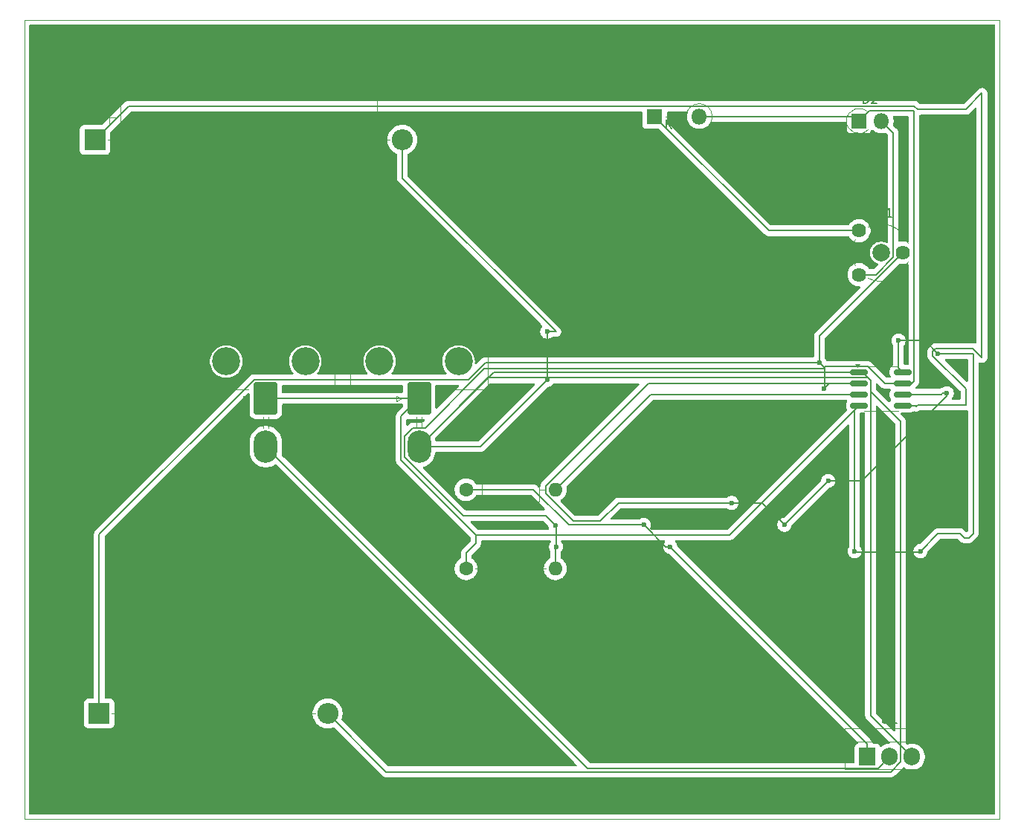
<source format=gts>
%TF.GenerationSoftware,KiCad,Pcbnew,9.0.0*%
%TF.CreationDate,2025-03-20T11:59:00+05:30*%
%TF.ProjectId,Buck converter,4275636b-2063-46f6-9e76-65727465722e,rev?*%
%TF.SameCoordinates,Original*%
%TF.FileFunction,Soldermask,Top*%
%TF.FilePolarity,Negative*%
%FSLAX46Y46*%
G04 Gerber Fmt 4.6, Leading zero omitted, Abs format (unit mm)*
G04 Created by KiCad (PCBNEW 9.0.0) date 2025-03-20 11:59:00*
%MOMM*%
%LPD*%
G01*
G04 APERTURE LIST*
G04 Aperture macros list*
%AMRoundRect*
0 Rectangle with rounded corners*
0 $1 Rounding radius*
0 $2 $3 $4 $5 $6 $7 $8 $9 X,Y pos of 4 corners*
0 Add a 4 corners polygon primitive as box body*
4,1,4,$2,$3,$4,$5,$6,$7,$8,$9,$2,$3,0*
0 Add four circle primitives for the rounded corners*
1,1,$1+$1,$2,$3*
1,1,$1+$1,$4,$5*
1,1,$1+$1,$6,$7*
1,1,$1+$1,$8,$9*
0 Add four rect primitives between the rounded corners*
20,1,$1+$1,$2,$3,$4,$5,0*
20,1,$1+$1,$4,$5,$6,$7,0*
20,1,$1+$1,$6,$7,$8,$9,0*
20,1,$1+$1,$8,$9,$2,$3,0*%
G04 Aperture macros list end*
%ADD10C,1.600000*%
%ADD11O,1.600000X1.600000*%
%ADD12R,1.800000X1.800000*%
%ADD13O,1.800000X1.800000*%
%ADD14C,3.200000*%
%ADD15RoundRect,0.250001X-1.099999X-1.599999X1.099999X-1.599999X1.099999X1.599999X-1.099999X1.599999X0*%
%ADD16O,2.700000X3.700000*%
%ADD17R,1.905000X2.000000*%
%ADD18O,1.905000X2.000000*%
%ADD19C,2.000000*%
%ADD20C,1.620000*%
%ADD21R,2.400000X2.400000*%
%ADD22O,2.400000X2.400000*%
%ADD23RoundRect,0.150000X-0.825000X-0.150000X0.825000X-0.150000X0.825000X0.150000X-0.825000X0.150000X0*%
%TA.AperFunction,ComponentPad*%
%ADD24C,1.600000*%
%TD*%
%TA.AperFunction,ComponentPad*%
%ADD25O,1.600000X1.600000*%
%TD*%
%TA.AperFunction,ComponentPad*%
%ADD26R,1.800000X1.800000*%
%TD*%
%TA.AperFunction,ComponentPad*%
%ADD27O,1.800000X1.800000*%
%TD*%
%TA.AperFunction,ComponentPad*%
%ADD28RoundRect,0.250001X-1.099999X-1.599999X1.099999X-1.599999X1.099999X1.599999X-1.099999X1.599999X0*%
%TD*%
%TA.AperFunction,ComponentPad*%
%ADD29O,2.700000X3.700000*%
%TD*%
%TA.AperFunction,ComponentPad*%
%ADD30R,1.905000X2.000000*%
%TD*%
%TA.AperFunction,ComponentPad*%
%ADD31O,1.905000X2.000000*%
%TD*%
%TA.AperFunction,ComponentPad*%
%ADD32C,1.620000*%
%TD*%
%TA.AperFunction,ComponentPad*%
%ADD33R,2.400000X2.400000*%
%TD*%
%TA.AperFunction,ComponentPad*%
%ADD34O,2.400000X2.400000*%
%TD*%
%TA.AperFunction,ViaPad*%
%ADD35C,0.600000*%
%TD*%
%TA.AperFunction,Conductor*%
%ADD36C,0.200000*%
%TD*%
%TA.AperFunction,SMDPad,CuDef*%
%ADD37RoundRect,0.150000X-0.825000X-0.150000X0.825000X-0.150000X0.825000X0.150000X-0.825000X0.150000X0*%
%TD*%
%ADD38C,0.150000*%
%ADD39C,0.120000*%
%TA.AperFunction,Profile*%
%ADD40C,0.050000*%
%TD*%
G04 APERTURE END LIST*
D10*
%TO.C,R2*%
X149760000Y-116000000D03*
D11*
X159920000Y-116000000D03*
%TD*%
D12*
%TO.C,D2*%
X194500000Y-65000000D03*
D13*
X197040000Y-65000000D03*
%TD*%
D12*
%TO.C,D3*%
X171235000Y-64500000D03*
D13*
X176315000Y-64500000D03*
%TD*%
D14*
%TO.C,J2*%
X139910000Y-92400000D03*
X148910000Y-92400000D03*
D15*
X144410000Y-96600000D03*
D16*
X144410000Y-102100000D03*
%TD*%
D17*
%TO.C,Q1*%
X195460000Y-137445000D03*
D18*
X198000000Y-137445000D03*
X200540000Y-137445000D03*
%TD*%
D19*
%TO.C,RV1*%
X197000000Y-80000000D03*
D20*
X194500000Y-82500000D03*
X199500000Y-80000000D03*
X194500000Y-77500000D03*
%TD*%
D21*
%TO.C,C2*%
X107500000Y-67150000D03*
D22*
X142500000Y-67150000D03*
%TD*%
D10*
%TO.C,R1*%
X149760000Y-107000000D03*
D11*
X159920000Y-107000000D03*
%TD*%
D14*
%TO.C,J1*%
X122460000Y-92400000D03*
X131460000Y-92400000D03*
D15*
X126960000Y-96600000D03*
D16*
X126960000Y-102100000D03*
%TD*%
D21*
%TO.C,C1*%
X108000000Y-132500000D03*
D22*
X134000000Y-132500000D03*
%TD*%
D23*
%TO.C,U1*%
X194525000Y-93595000D03*
X194525000Y-94865000D03*
X194525000Y-96135000D03*
X194525000Y-97405000D03*
X199475000Y-97405000D03*
X199475000Y-96135000D03*
X199475000Y-94865000D03*
X199475000Y-93595000D03*
%TD*%
D24*
%TO.P,R2,1*%
%TO.N,Net-(J1-Pin_1)*%
X149760000Y-116000000D03*
D25*
%TO.P,R2,2*%
%TO.N,Net-(D2-K)*%
X159920000Y-116000000D03*
%TD*%
D26*
%TO.P,D2,1,K*%
%TO.N,Net-(D2-K)*%
X194500000Y-65000000D03*
D27*
%TO.P,D2,2,A*%
%TO.N,Net-(D2-A)*%
X197040000Y-65000000D03*
%TD*%
D26*
%TO.P,D3,1,K*%
%TO.N,Net-(D3-K)*%
X171235000Y-64500000D03*
D27*
%TO.P,D3,2,A*%
%TO.N,Net-(D2-K)*%
X176315000Y-64500000D03*
%TD*%
D28*
%TO.P,J2,1,Pin_1*%
%TO.N,Net-(J1-Pin_1)*%
X144410000Y-96600000D03*
D29*
%TO.P,J2,2,Pin_2*%
%TO.N,GND*%
X144410000Y-102100000D03*
%TD*%
D30*
%TO.P,Q1,1,G*%
%TO.N,Net-(Q1-G)*%
X195460000Y-137445000D03*
D31*
%TO.P,Q1,2,D*%
%TO.N,Net-(J1-Pin_2)*%
X198000000Y-137445000D03*
%TO.P,Q1,3,S*%
%TO.N,GND*%
X200540000Y-137445000D03*
%TD*%
D32*
%TO.P,RV1,1,1*%
%TO.N,Net-(D2-A)*%
X194500000Y-82500000D03*
%TO.P,RV1,2,2*%
%TO.N,Net-(U1-THR)*%
X199500000Y-80000000D03*
%TO.P,RV1,3,3*%
%TO.N,Net-(D3-K)*%
X194500000Y-77500000D03*
%TD*%
D33*
%TO.P,C2,1*%
%TO.N,Net-(U1-CV)*%
X107500000Y-67150000D03*
D34*
%TO.P,C2,2*%
%TO.N,GND*%
X142500000Y-67150000D03*
%TD*%
D24*
%TO.P,R1,1*%
%TO.N,Net-(Q1-G)*%
X149760000Y-107000000D03*
D25*
%TO.P,R1,2*%
%TO.N,Net-(U1-Q)*%
X159920000Y-107000000D03*
%TD*%
D28*
%TO.P,J1,1,Pin_1*%
%TO.N,Net-(J1-Pin_1)*%
X126960000Y-96600000D03*
D29*
%TO.P,J1,2,Pin_2*%
%TO.N,Net-(J1-Pin_2)*%
X126960000Y-102100000D03*
%TD*%
D33*
%TO.P,C1,1*%
%TO.N,Net-(U1-THR)*%
X108000000Y-132500000D03*
D34*
%TO.P,C1,2*%
%TO.N,GND*%
X134000000Y-132500000D03*
%TD*%
D35*
%TO.N,Net-(D2-K)*%
X159920000Y-111050000D03*
X160000000Y-113500000D03*
%TO.N,Net-(U1-THR)*%
X204500000Y-96000000D03*
X191000000Y-106000000D03*
X186000000Y-111000000D03*
X180000000Y-108500000D03*
%TO.N,Net-(J1-Pin_1)*%
X199000000Y-90000000D03*
X203500000Y-91500000D03*
X201500000Y-114000000D03*
X194000000Y-114000000D03*
%TO.N,GND*%
X159000000Y-94500000D03*
X159000000Y-89000000D03*
%TO.N,Net-(Q1-G)*%
X173000000Y-113500000D03*
X170000000Y-111000000D03*
%TO.N,Net-(U1-THR)*%
X190500000Y-95500000D03*
X190000000Y-92500000D03*
%TD*%
D36*
%TO.N,Net-(D2-K)*%
X160000000Y-111130000D02*
X159920000Y-111050000D01*
X160000000Y-113500000D02*
X160000000Y-111130000D01*
%TO.N,Net-(U1-THR)*%
X204500000Y-96349943D02*
X204500000Y-96101000D01*
X194849943Y-106000000D02*
X204500000Y-96349943D01*
X191000000Y-106000000D02*
X194849943Y-106000000D01*
X183500000Y-108500000D02*
X186000000Y-111000000D01*
X180000000Y-108500000D02*
X183500000Y-108500000D01*
%TO.N,Net-(J1-Pin_1)*%
X202000000Y-90000000D02*
X199000000Y-90000000D01*
X203500000Y-91500000D02*
X202000000Y-90000000D01*
X194101000Y-114101000D02*
X201500000Y-114101000D01*
X194000000Y-114000000D02*
X194101000Y-114101000D01*
%TO.N,GND*%
X159000000Y-89000000D02*
X159000000Y-94650057D01*
%TO.N,Net-(Q1-G)*%
X172500000Y-113500000D02*
X173000000Y-113500000D01*
X170000000Y-111000000D02*
X172500000Y-113500000D01*
%TO.N,Net-(U1-THR)*%
X190601000Y-95399000D02*
X190500000Y-95500000D01*
X190601000Y-93101000D02*
X190601000Y-95399000D01*
X190000000Y-92500000D02*
X190601000Y-93101000D01*
%TD*%
D24*
%TO.P,R2,1*%
%TO.N,Net-(J1-Pin_1)*%
X149760000Y-116000000D03*
D25*
%TO.P,R2,2*%
%TO.N,Net-(D2-K)*%
X159920000Y-116000000D03*
%TD*%
D26*
%TO.P,D2,1,K*%
%TO.N,Net-(D2-K)*%
X194500000Y-65000000D03*
D27*
%TO.P,D2,2,A*%
%TO.N,Net-(D2-A)*%
X197040000Y-65000000D03*
%TD*%
D26*
%TO.P,D3,1,K*%
%TO.N,Net-(D3-K)*%
X171235000Y-64500000D03*
D27*
%TO.P,D3,2,A*%
%TO.N,Net-(D2-K)*%
X176315000Y-64500000D03*
%TD*%
D28*
%TO.P,J2,1,Pin_1*%
%TO.N,Net-(J1-Pin_1)*%
X144410000Y-96600000D03*
D29*
%TO.P,J2,2,Pin_2*%
%TO.N,GND*%
X144410000Y-102100000D03*
%TD*%
D30*
%TO.P,Q1,1,G*%
%TO.N,Net-(Q1-G)*%
X195460000Y-137445000D03*
D31*
%TO.P,Q1,2,D*%
%TO.N,Net-(J1-Pin_2)*%
X198000000Y-137445000D03*
%TO.P,Q1,3,S*%
%TO.N,GND*%
X200540000Y-137445000D03*
%TD*%
D32*
%TO.P,RV1,1,1*%
%TO.N,Net-(D2-A)*%
X194500000Y-82500000D03*
%TO.P,RV1,2,2*%
%TO.N,Net-(U1-THR)*%
X199500000Y-80000000D03*
%TO.P,RV1,3,3*%
%TO.N,Net-(D3-K)*%
X194500000Y-77500000D03*
%TD*%
D33*
%TO.P,C2,1*%
%TO.N,Net-(U1-CV)*%
X107500000Y-67150000D03*
D34*
%TO.P,C2,2*%
%TO.N,GND*%
X142500000Y-67150000D03*
%TD*%
D24*
%TO.P,R1,1*%
%TO.N,Net-(Q1-G)*%
X149760000Y-107000000D03*
D25*
%TO.P,R1,2*%
%TO.N,Net-(U1-Q)*%
X159920000Y-107000000D03*
%TD*%
D28*
%TO.P,J1,1,Pin_1*%
%TO.N,Net-(J1-Pin_1)*%
X126960000Y-96600000D03*
D29*
%TO.P,J1,2,Pin_2*%
%TO.N,Net-(J1-Pin_2)*%
X126960000Y-102100000D03*
%TD*%
D33*
%TO.P,C1,1*%
%TO.N,Net-(U1-THR)*%
X108000000Y-132500000D03*
D34*
%TO.P,C1,2*%
%TO.N,GND*%
X134000000Y-132500000D03*
%TD*%
D37*
%TO.P,U1,1,GND*%
%TO.N,GND*%
X194525000Y-93595000D03*
%TO.P,U1,2,TR*%
%TO.N,Net-(U1-THR)*%
X194525000Y-94865000D03*
%TO.P,U1,3,Q*%
%TO.N,Net-(U1-Q)*%
X194525000Y-96135000D03*
%TO.P,U1,4,R*%
%TO.N,Net-(J1-Pin_1)*%
X194525000Y-97405000D03*
%TO.P,U1,5,CV*%
%TO.N,Net-(U1-CV)*%
X199475000Y-97405000D03*
%TO.P,U1,6,THR*%
%TO.N,Net-(U1-THR)*%
X199475000Y-96135000D03*
%TO.P,U1,7,DIS*%
%TO.N,Net-(D2-K)*%
X199475000Y-94865000D03*
%TO.P,U1,8,VCC*%
%TO.N,Net-(J1-Pin_1)*%
X199475000Y-93595000D03*
%TD*%
D35*
%TO.N,Net-(D2-K)*%
X159920000Y-111050000D03*
X160000000Y-113500000D03*
%TO.N,Net-(U1-THR)*%
X204500000Y-96000000D03*
X191000000Y-106000000D03*
X186000000Y-111000000D03*
X180000000Y-108500000D03*
%TO.N,Net-(J1-Pin_1)*%
X199000000Y-90000000D03*
X203500000Y-91500000D03*
X201500000Y-114000000D03*
X194000000Y-114000000D03*
%TO.N,GND*%
X159000000Y-94500000D03*
X159000000Y-89000000D03*
%TO.N,Net-(Q1-G)*%
X173000000Y-113500000D03*
X170000000Y-111000000D03*
%TO.N,Net-(U1-THR)*%
X190500000Y-95500000D03*
X190000000Y-92500000D03*
%TD*%
D36*
%TO.N,Net-(U1-THR)*%
X161961950Y-110599000D02*
X165000000Y-110599000D01*
%TO.N,Net-(U1-CV)*%
X200768100Y-63299000D02*
X111351000Y-63299000D01*
X201152000Y-63682900D02*
X200768100Y-63299000D01*
X208500000Y-61834900D02*
X206652000Y-63682900D01*
X208500000Y-91932900D02*
X208500000Y-61834900D01*
X207466100Y-90899000D02*
X208500000Y-91932900D01*
X203251057Y-90899000D02*
X207466100Y-90899000D01*
X202899000Y-91748943D02*
X202899000Y-91251057D01*
X202899000Y-91251057D02*
X203251057Y-90899000D01*
X206652000Y-97348000D02*
X206652000Y-95501943D01*
X206652000Y-63682900D02*
X201152000Y-63682900D01*
X206652000Y-95501943D02*
X202899000Y-91748943D01*
X111351000Y-63299000D02*
X107500000Y-67150000D01*
X201000000Y-97500000D02*
X201152000Y-97348000D01*
X200905000Y-97405000D02*
X201000000Y-97500000D01*
X201152000Y-97348000D02*
X206652000Y-97348000D01*
X199475000Y-97405000D02*
X200905000Y-97405000D01*
%TO.N,Net-(U1-THR)*%
X203865000Y-96135000D02*
X199475000Y-96135000D01*
X204000000Y-96000000D02*
X203865000Y-96135000D01*
X204500000Y-96000000D02*
X204000000Y-96000000D01*
%TO.N,Net-(J1-Pin_1)*%
X206500000Y-112500000D02*
X207000000Y-112500000D01*
X206000000Y-112000000D02*
X206500000Y-112500000D01*
X203500000Y-112000000D02*
X206000000Y-112000000D01*
X207000000Y-112500000D02*
X207500000Y-112000000D01*
X203500000Y-91500000D02*
X207500000Y-91500000D01*
X149760000Y-114240000D02*
X150855000Y-113145000D01*
X149760000Y-116000000D02*
X149760000Y-114240000D01*
X150855000Y-112145000D02*
X150861000Y-112151000D01*
X150855000Y-113145000D02*
X150855000Y-112145000D01*
%TO.N,Net-(D2-K)*%
X159920000Y-113580000D02*
X160000000Y-113500000D01*
X159920000Y-116000000D02*
X159920000Y-113580000D01*
%TO.N,Net-(U1-THR)*%
X199475000Y-96135000D02*
X199239000Y-95899000D01*
X186000000Y-111000000D02*
X191000000Y-106000000D01*
X199475000Y-96135000D02*
X199500000Y-96110000D01*
X167099000Y-108500000D02*
X180000000Y-108500000D01*
X165000000Y-110599000D02*
X167099000Y-108500000D01*
X158819000Y-107456050D02*
X161961950Y-110599000D01*
X158819000Y-106543950D02*
X158819000Y-107456050D01*
X170497950Y-94865000D02*
X158819000Y-106543950D01*
X194525000Y-94865000D02*
X170497950Y-94865000D01*
%TO.N,Net-(J1-Pin_1)*%
X199000000Y-93120000D02*
X199475000Y-93595000D01*
X199000000Y-90000000D02*
X199000000Y-93120000D01*
X207500000Y-112000000D02*
X207500000Y-91500000D01*
X201500000Y-114000000D02*
X203500000Y-112000000D01*
X194000000Y-97930000D02*
X194000000Y-114000000D01*
X194525000Y-97405000D02*
X194000000Y-97930000D01*
X194525000Y-97405000D02*
X194465000Y-97465000D01*
%TO.N,Net-(U1-Q)*%
X194525000Y-96135000D02*
X194500000Y-96135000D01*
%TO.N,Net-(U1-THR)*%
X199500000Y-96110000D02*
X199500000Y-96000000D01*
%TO.N,GND*%
X151400000Y-102100000D02*
X144410000Y-102100000D01*
X159000000Y-94500000D02*
X151400000Y-102100000D01*
X160000000Y-89000000D02*
X159000000Y-89000000D01*
X142500000Y-71500000D02*
X160000000Y-89000000D01*
X142500000Y-67150000D02*
X142500000Y-71500000D01*
%TO.N,Net-(U1-THR)*%
X151975767Y-92500000D02*
X190000000Y-92500000D01*
X125624840Y-94449000D02*
X150026767Y-94449000D01*
X150026767Y-94449000D02*
X151975767Y-92500000D01*
X108000000Y-112073840D02*
X125624840Y-94449000D01*
X108000000Y-132500000D02*
X108000000Y-112073840D01*
%TO.N,GND*%
X152246000Y-94264000D02*
X144410000Y-102100000D01*
X195540968Y-94264000D02*
X152246000Y-94264000D01*
X195801000Y-94524032D02*
X195540968Y-94264000D01*
X195801000Y-95794032D02*
X195801000Y-94524032D01*
X199253500Y-99246532D02*
X195801000Y-95794032D01*
X199253500Y-138011717D02*
X199253500Y-99246532D01*
X198118217Y-139147000D02*
X199253500Y-138011717D01*
X140647000Y-139147000D02*
X198118217Y-139147000D01*
X134000000Y-132500000D02*
X140647000Y-139147000D01*
%TO.N,Net-(J1-Pin_2)*%
X163606000Y-138746000D02*
X196699000Y-138746000D01*
X196699000Y-138746000D02*
X198000000Y-137445000D01*
X126960000Y-102100000D02*
X163606000Y-138746000D01*
%TO.N,Net-(J1-Pin_1)*%
X126960000Y-96600000D02*
X144410000Y-96600000D01*
X142358000Y-98652000D02*
X144410000Y-96600000D01*
X142358000Y-103648000D02*
X142358000Y-98652000D01*
X149760000Y-111050000D02*
X142358000Y-103648000D01*
%TO.N,Net-(Q1-G)*%
X195460000Y-135960000D02*
X195460000Y-137445000D01*
X173000000Y-113500000D02*
X195460000Y-135960000D01*
X161427050Y-111000000D02*
X170000000Y-111000000D01*
X157427050Y-107000000D02*
X161427050Y-111000000D01*
X149760000Y-107000000D02*
X157427050Y-107000000D01*
%TO.N,Net-(J1-Pin_1)*%
X179779000Y-112151000D02*
X194525000Y-97405000D01*
X149760000Y-111050000D02*
X150855000Y-112145000D01*
X150861000Y-112151000D02*
X179779000Y-112151000D01*
%TO.N,Net-(U1-Q)*%
X170785000Y-96135000D02*
X194525000Y-96135000D01*
X159920000Y-107000000D02*
X170785000Y-96135000D01*
%TO.N,Net-(D2-K)*%
X158819000Y-109949000D02*
X159920000Y-111050000D01*
X149424133Y-109949000D02*
X158819000Y-109949000D01*
X142759000Y-100916133D02*
X142759000Y-103283867D01*
X142759000Y-103283867D02*
X149424133Y-109949000D01*
X143726133Y-99949000D02*
X142759000Y-100916133D01*
X145093867Y-99949000D02*
X143726133Y-99949000D01*
X151848867Y-93194000D02*
X145093867Y-99949000D01*
X190500000Y-93194000D02*
X151848867Y-93194000D01*
X195540968Y-92994000D02*
X190700000Y-92994000D01*
X197411968Y-94865000D02*
X195540968Y-92994000D01*
X199475000Y-94865000D02*
X197411968Y-94865000D01*
X190700000Y-92994000D02*
X190500000Y-93194000D01*
X200525000Y-94865000D02*
X199475000Y-94865000D01*
X200751000Y-63849000D02*
X200751000Y-94639000D01*
X200701000Y-63799000D02*
X200751000Y-63849000D01*
X195701000Y-63799000D02*
X200701000Y-63799000D01*
X194500000Y-65000000D02*
X195701000Y-63799000D01*
X200751000Y-94639000D02*
X200525000Y-94865000D01*
%TO.N,Net-(D2-A)*%
X198389000Y-80543900D02*
X196432900Y-82500000D01*
X198389000Y-66349000D02*
X198389000Y-80543900D01*
X197040000Y-65000000D02*
X198389000Y-66349000D01*
X196432900Y-82500000D02*
X194500000Y-82500000D01*
%TO.N,Net-(D2-K)*%
X194000000Y-64500000D02*
X194500000Y-65000000D01*
X176315000Y-64500000D02*
X194000000Y-64500000D01*
%TO.N,Net-(D3-K)*%
X184235000Y-77500000D02*
X171235000Y-64500000D01*
X194500000Y-77500000D02*
X184235000Y-77500000D01*
%TO.N,Net-(U1-THR)*%
X191135000Y-94865000D02*
X194525000Y-94865000D01*
X190500000Y-95500000D02*
X191135000Y-94865000D01*
X190000000Y-89500000D02*
X190000000Y-92500000D01*
X199500000Y-80000000D02*
X190000000Y-89500000D01*
%TO.N,GND*%
X152915000Y-93595000D02*
X194525000Y-93595000D01*
X144410000Y-102100000D02*
X152915000Y-93595000D01*
X194871968Y-93595000D02*
X194525000Y-93595000D01*
X195801000Y-94524032D02*
X194871968Y-93595000D01*
X195801000Y-132706000D02*
X195801000Y-94524032D01*
X200540000Y-137445000D02*
X195801000Y-132706000D01*
%TD*%
%TA.AperFunction,NonConductor*%
G36*
X209942539Y-54020185D02*
G01*
X209988294Y-54072989D01*
X209999500Y-54124500D01*
X209999500Y-143875500D01*
X209979815Y-143942539D01*
X209927011Y-143988294D01*
X209875500Y-143999500D01*
X100124500Y-143999500D01*
X100057461Y-143979815D01*
X100011706Y-143927011D01*
X100000500Y-143875500D01*
X100000500Y-92278711D01*
X120609500Y-92278711D01*
X120609500Y-92521288D01*
X120641161Y-92761785D01*
X120703947Y-92996104D01*
X120796773Y-93220205D01*
X120796776Y-93220212D01*
X120918064Y-93430289D01*
X120918066Y-93430292D01*
X120918067Y-93430293D01*
X121065733Y-93622736D01*
X121065739Y-93622743D01*
X121237256Y-93794260D01*
X121237263Y-93794266D01*
X121350321Y-93881018D01*
X121429711Y-93941936D01*
X121639788Y-94063224D01*
X121863900Y-94156054D01*
X122098211Y-94218838D01*
X122278586Y-94242584D01*
X122338711Y-94250500D01*
X122338712Y-94250500D01*
X122581289Y-94250500D01*
X122629388Y-94244167D01*
X122821789Y-94218838D01*
X123056100Y-94156054D01*
X123280212Y-94063224D01*
X123490289Y-93941936D01*
X123682738Y-93794265D01*
X123854265Y-93622738D01*
X124001936Y-93430289D01*
X124123224Y-93220212D01*
X124216054Y-92996100D01*
X124278838Y-92761789D01*
X124310500Y-92521288D01*
X124310500Y-92278712D01*
X124308892Y-92266501D01*
X124297658Y-92181166D01*
X124278838Y-92038211D01*
X124216054Y-91803900D01*
X124123224Y-91579788D01*
X124001936Y-91369711D01*
X123854265Y-91177262D01*
X123854260Y-91177256D01*
X123682743Y-91005739D01*
X123682736Y-91005733D01*
X123490293Y-90858067D01*
X123490292Y-90858066D01*
X123490289Y-90858064D01*
X123280212Y-90736776D01*
X123280205Y-90736773D01*
X123056104Y-90643947D01*
X122821785Y-90581161D01*
X122581289Y-90549500D01*
X122581288Y-90549500D01*
X122338712Y-90549500D01*
X122338711Y-90549500D01*
X122098214Y-90581161D01*
X121863895Y-90643947D01*
X121639794Y-90736773D01*
X121639785Y-90736777D01*
X121429706Y-90858067D01*
X121237263Y-91005733D01*
X121237256Y-91005739D01*
X121065739Y-91177256D01*
X121065733Y-91177263D01*
X120918067Y-91369706D01*
X120796777Y-91579785D01*
X120796773Y-91579794D01*
X120703947Y-91803895D01*
X120641161Y-92038214D01*
X120609500Y-92278711D01*
X100000500Y-92278711D01*
X100000500Y-65902135D01*
X105799500Y-65902135D01*
X105799500Y-68397870D01*
X105799501Y-68397876D01*
X105805908Y-68457483D01*
X105856202Y-68592328D01*
X105856206Y-68592335D01*
X105942452Y-68707544D01*
X105942455Y-68707547D01*
X106057664Y-68793793D01*
X106057671Y-68793797D01*
X106192517Y-68844091D01*
X106192516Y-68844091D01*
X106199444Y-68844835D01*
X106252127Y-68850500D01*
X108747872Y-68850499D01*
X108807483Y-68844091D01*
X108942331Y-68793796D01*
X109057546Y-68707546D01*
X109143796Y-68592331D01*
X109194091Y-68457483D01*
X109200500Y-68397873D01*
X109200499Y-67038549D01*
X140799500Y-67038549D01*
X140799500Y-67261450D01*
X140799501Y-67261466D01*
X140828594Y-67482452D01*
X140828595Y-67482457D01*
X140828596Y-67482463D01*
X140828597Y-67482465D01*
X140886290Y-67697780D01*
X140886293Y-67697790D01*
X140971593Y-67903722D01*
X140971595Y-67903726D01*
X141083052Y-68096774D01*
X141083057Y-68096780D01*
X141083058Y-68096782D01*
X141218751Y-68273622D01*
X141218757Y-68273629D01*
X141376370Y-68431242D01*
X141376377Y-68431248D01*
X141502294Y-68527867D01*
X141553226Y-68566948D01*
X141746274Y-68678405D01*
X141746277Y-68678406D01*
X141746282Y-68678409D01*
X141822952Y-68710166D01*
X141877356Y-68754006D01*
X141899421Y-68820300D01*
X141899500Y-68824727D01*
X141899500Y-71413330D01*
X141899499Y-71413348D01*
X141899499Y-71579054D01*
X141899498Y-71579054D01*
X141940423Y-71731785D01*
X141969358Y-71781900D01*
X141969359Y-71781904D01*
X141969360Y-71781904D01*
X142019479Y-71868714D01*
X142019481Y-71868717D01*
X142138349Y-71987585D01*
X142138355Y-71987590D01*
X158421662Y-88270897D01*
X158455147Y-88332220D01*
X158450163Y-88401912D01*
X158421662Y-88446259D01*
X158378213Y-88489707D01*
X158378210Y-88489711D01*
X158290609Y-88620814D01*
X158290602Y-88620827D01*
X158230264Y-88766498D01*
X158230261Y-88766510D01*
X158199500Y-88921153D01*
X158199500Y-89078846D01*
X158230261Y-89233489D01*
X158230264Y-89233501D01*
X158290602Y-89379172D01*
X158290609Y-89379185D01*
X158378210Y-89510288D01*
X158378213Y-89510292D01*
X158489707Y-89621786D01*
X158489711Y-89621789D01*
X158620814Y-89709390D01*
X158620827Y-89709397D01*
X158715799Y-89748735D01*
X158766503Y-89769737D01*
X158919127Y-89800096D01*
X158921153Y-89800499D01*
X158921156Y-89800500D01*
X158921158Y-89800500D01*
X159078844Y-89800500D01*
X159078845Y-89800499D01*
X159233497Y-89769737D01*
X159379179Y-89709394D01*
X159379185Y-89709390D01*
X159510875Y-89621398D01*
X159577553Y-89600520D01*
X159579766Y-89600500D01*
X160079055Y-89600500D01*
X160079057Y-89600500D01*
X160231784Y-89559577D01*
X160368716Y-89480520D01*
X160480520Y-89368716D01*
X160559577Y-89231784D01*
X160600500Y-89079057D01*
X160600500Y-88920943D01*
X160594754Y-88899500D01*
X160589534Y-88880019D01*
X160559577Y-88768216D01*
X160558585Y-88766498D01*
X160480524Y-88631290D01*
X160480521Y-88631286D01*
X160480520Y-88631284D01*
X160368716Y-88519480D01*
X160368715Y-88519479D01*
X160364385Y-88515149D01*
X160364374Y-88515139D01*
X143136819Y-71287584D01*
X143103334Y-71226261D01*
X143100500Y-71199903D01*
X143100500Y-68824727D01*
X143120185Y-68757688D01*
X143172989Y-68711933D01*
X143177048Y-68710166D01*
X143253717Y-68678409D01*
X143253718Y-68678407D01*
X143253726Y-68678405D01*
X143446774Y-68566948D01*
X143623624Y-68431247D01*
X143781247Y-68273624D01*
X143916948Y-68096774D01*
X144028405Y-67903726D01*
X144113710Y-67697781D01*
X144171404Y-67482463D01*
X144200500Y-67261457D01*
X144200500Y-67038543D01*
X144171404Y-66817537D01*
X144113710Y-66602219D01*
X144028405Y-66396274D01*
X143916948Y-66203226D01*
X143813376Y-66068247D01*
X143781248Y-66026377D01*
X143781242Y-66026370D01*
X143623629Y-65868757D01*
X143623622Y-65868751D01*
X143446782Y-65733058D01*
X143446780Y-65733057D01*
X143446774Y-65733052D01*
X143253726Y-65621595D01*
X143253722Y-65621593D01*
X143047790Y-65536293D01*
X143047783Y-65536291D01*
X143047781Y-65536290D01*
X142832463Y-65478596D01*
X142832457Y-65478595D01*
X142832452Y-65478594D01*
X142611466Y-65449501D01*
X142611463Y-65449500D01*
X142611457Y-65449500D01*
X142388543Y-65449500D01*
X142388537Y-65449500D01*
X142388533Y-65449501D01*
X142167547Y-65478594D01*
X142167540Y-65478595D01*
X142167537Y-65478596D01*
X142064502Y-65506204D01*
X141952219Y-65536290D01*
X141952209Y-65536293D01*
X141746277Y-65621593D01*
X141746273Y-65621595D01*
X141553226Y-65733052D01*
X141553217Y-65733058D01*
X141376377Y-65868751D01*
X141376370Y-65868757D01*
X141218757Y-66026370D01*
X141218751Y-66026377D01*
X141083058Y-66203217D01*
X141083053Y-66203225D01*
X140971595Y-66396273D01*
X140971593Y-66396277D01*
X140886293Y-66602209D01*
X140886290Y-66602219D01*
X140828597Y-66817534D01*
X140828594Y-66817547D01*
X140799501Y-67038533D01*
X140799500Y-67038549D01*
X109200499Y-67038549D01*
X109200499Y-66350095D01*
X109220184Y-66283057D01*
X109236813Y-66262420D01*
X111563416Y-63935819D01*
X111624739Y-63902334D01*
X111651097Y-63899500D01*
X169710500Y-63899500D01*
X169777539Y-63919185D01*
X169823294Y-63971989D01*
X169834500Y-64023500D01*
X169834500Y-65447870D01*
X169834501Y-65447876D01*
X169840908Y-65507483D01*
X169891202Y-65642328D01*
X169891206Y-65642335D01*
X169977452Y-65757544D01*
X169977455Y-65757547D01*
X170092664Y-65843793D01*
X170092671Y-65843797D01*
X170227517Y-65894091D01*
X170227516Y-65894091D01*
X170234444Y-65894835D01*
X170287127Y-65900500D01*
X171734902Y-65900499D01*
X171801941Y-65920184D01*
X171822583Y-65936818D01*
X183750139Y-77864374D01*
X183750149Y-77864385D01*
X183754479Y-77868715D01*
X183754480Y-77868716D01*
X183866284Y-77980520D01*
X183953095Y-78030639D01*
X183953097Y-78030641D01*
X184003213Y-78059576D01*
X184003215Y-78059577D01*
X184155942Y-78100500D01*
X184155943Y-78100500D01*
X193259175Y-78100500D01*
X193326214Y-78120185D01*
X193369658Y-78168204D01*
X193379160Y-78186852D01*
X193500407Y-78353733D01*
X193646267Y-78499593D01*
X193813148Y-78620840D01*
X193996943Y-78714488D01*
X193996945Y-78714489D01*
X194193120Y-78778230D01*
X194193121Y-78778230D01*
X194193124Y-78778231D01*
X194396861Y-78810500D01*
X194396862Y-78810500D01*
X194603138Y-78810500D01*
X194603139Y-78810500D01*
X194806876Y-78778231D01*
X194806879Y-78778230D01*
X194806880Y-78778230D01*
X195003054Y-78714489D01*
X195003054Y-78714488D01*
X195003057Y-78714488D01*
X195186852Y-78620840D01*
X195353733Y-78499593D01*
X195499593Y-78353733D01*
X195620840Y-78186852D01*
X195714488Y-78003057D01*
X195778231Y-77806876D01*
X195810500Y-77603139D01*
X195810500Y-77396861D01*
X195778231Y-77193124D01*
X195778230Y-77193120D01*
X195778230Y-77193119D01*
X195714489Y-76996945D01*
X195620839Y-76813147D01*
X195620837Y-76813144D01*
X195499593Y-76646267D01*
X195353733Y-76500407D01*
X195186852Y-76379160D01*
X195003054Y-76285510D01*
X194806879Y-76221769D01*
X194654073Y-76197567D01*
X194603139Y-76189500D01*
X194396861Y-76189500D01*
X194328948Y-76200256D01*
X194193122Y-76221769D01*
X194193119Y-76221769D01*
X193996945Y-76285510D01*
X193813147Y-76379160D01*
X193646265Y-76500408D01*
X193500408Y-76646265D01*
X193379162Y-76813144D01*
X193379161Y-76813145D01*
X193375843Y-76819656D01*
X193369658Y-76831795D01*
X193321687Y-76882590D01*
X193259175Y-76899500D01*
X184535097Y-76899500D01*
X184468058Y-76879815D01*
X184447416Y-76863181D01*
X172671818Y-65087583D01*
X172638333Y-65026260D01*
X172635499Y-64999902D01*
X172635499Y-64023500D01*
X172655184Y-63956461D01*
X172707988Y-63910706D01*
X172759499Y-63899500D01*
X174866869Y-63899500D01*
X174933908Y-63919185D01*
X174979663Y-63971989D01*
X174989607Y-64041147D01*
X174984800Y-64061817D01*
X174948985Y-64172045D01*
X174929574Y-64294606D01*
X174914500Y-64389778D01*
X174914500Y-64610222D01*
X174931742Y-64719086D01*
X174948985Y-64827952D01*
X175017103Y-65037603D01*
X175017104Y-65037606D01*
X175083649Y-65168204D01*
X175112333Y-65224500D01*
X175117187Y-65234025D01*
X175246752Y-65412358D01*
X175246756Y-65412363D01*
X175402636Y-65568243D01*
X175402641Y-65568247D01*
X175504606Y-65642328D01*
X175580978Y-65697815D01*
X175709375Y-65763237D01*
X175777393Y-65797895D01*
X175777396Y-65797896D01*
X175827841Y-65814286D01*
X175987049Y-65866015D01*
X176204778Y-65900500D01*
X176204779Y-65900500D01*
X176425221Y-65900500D01*
X176425222Y-65900500D01*
X176642951Y-65866015D01*
X176852606Y-65797895D01*
X177049022Y-65697815D01*
X177227365Y-65568242D01*
X177383242Y-65412365D01*
X177512815Y-65234022D01*
X177529581Y-65201117D01*
X177546352Y-65168204D01*
X177594326Y-65117409D01*
X177656836Y-65100500D01*
X192975501Y-65100500D01*
X193042540Y-65120185D01*
X193088295Y-65172989D01*
X193099501Y-65224500D01*
X193099501Y-65947876D01*
X193105908Y-66007483D01*
X193156202Y-66142328D01*
X193156206Y-66142335D01*
X193242452Y-66257544D01*
X193242455Y-66257547D01*
X193357664Y-66343793D01*
X193357671Y-66343797D01*
X193492517Y-66394091D01*
X193492516Y-66394091D01*
X193499444Y-66394835D01*
X193552127Y-66400500D01*
X195447872Y-66400499D01*
X195507483Y-66394091D01*
X195642331Y-66343796D01*
X195757546Y-66257546D01*
X195843796Y-66142331D01*
X195853164Y-66117215D01*
X195873601Y-66062420D01*
X195915471Y-66006486D01*
X195980936Y-65982068D01*
X196049209Y-65996919D01*
X196077464Y-66018071D01*
X196127636Y-66068243D01*
X196127641Y-66068247D01*
X196229603Y-66142326D01*
X196305978Y-66197815D01*
X196432761Y-66262415D01*
X196502393Y-66297895D01*
X196502396Y-66297896D01*
X196569525Y-66319707D01*
X196712049Y-66366015D01*
X196929778Y-66400500D01*
X196929779Y-66400500D01*
X197150221Y-66400500D01*
X197150222Y-66400500D01*
X197367951Y-66366015D01*
X197438205Y-66343187D01*
X197508044Y-66341192D01*
X197564203Y-66373438D01*
X197752181Y-66561416D01*
X197785666Y-66622739D01*
X197788500Y-66649097D01*
X197788500Y-78795941D01*
X197768815Y-78862980D01*
X197716011Y-78908735D01*
X197646853Y-78918679D01*
X197608206Y-78906426D01*
X197480032Y-78841118D01*
X197292826Y-78780290D01*
X197098422Y-78749500D01*
X197098417Y-78749500D01*
X196901583Y-78749500D01*
X196901578Y-78749500D01*
X196707173Y-78780290D01*
X196519970Y-78841117D01*
X196344594Y-78930476D01*
X196253741Y-78996485D01*
X196185354Y-79046172D01*
X196185352Y-79046174D01*
X196185351Y-79046174D01*
X196046174Y-79185351D01*
X196046174Y-79185352D01*
X196046172Y-79185354D01*
X195996485Y-79253741D01*
X195930476Y-79344594D01*
X195841117Y-79519970D01*
X195780290Y-79707173D01*
X195749500Y-79901577D01*
X195749500Y-80098422D01*
X195780290Y-80292826D01*
X195841117Y-80480029D01*
X195930476Y-80655405D01*
X196046172Y-80814646D01*
X196185354Y-80953828D01*
X196344595Y-81069524D01*
X196427455Y-81111743D01*
X196519970Y-81158882D01*
X196519972Y-81158882D01*
X196519975Y-81158884D01*
X196614201Y-81189500D01*
X196633061Y-81195628D01*
X196690736Y-81235066D01*
X196717934Y-81299425D01*
X196706019Y-81368271D01*
X196682423Y-81401240D01*
X196220484Y-81863181D01*
X196159161Y-81896666D01*
X196132803Y-81899500D01*
X195740825Y-81899500D01*
X195673786Y-81879815D01*
X195630341Y-81831795D01*
X195620840Y-81813148D01*
X195499593Y-81646267D01*
X195353733Y-81500407D01*
X195186852Y-81379160D01*
X195104601Y-81337251D01*
X195003054Y-81285510D01*
X194806879Y-81221769D01*
X194641829Y-81195628D01*
X194603139Y-81189500D01*
X194396861Y-81189500D01*
X194358171Y-81195628D01*
X194193122Y-81221769D01*
X194193119Y-81221769D01*
X193996945Y-81285510D01*
X193813147Y-81379160D01*
X193646265Y-81500408D01*
X193500408Y-81646265D01*
X193379160Y-81813147D01*
X193285510Y-81996945D01*
X193221769Y-82193119D01*
X193221769Y-82193122D01*
X193189500Y-82396861D01*
X193189500Y-82603138D01*
X193221769Y-82806877D01*
X193221769Y-82806880D01*
X193285510Y-83003054D01*
X193285512Y-83003057D01*
X193379160Y-83186852D01*
X193500407Y-83353733D01*
X193646267Y-83499593D01*
X193813148Y-83620840D01*
X193996943Y-83714488D01*
X193996945Y-83714489D01*
X194193120Y-83778230D01*
X194193121Y-83778230D01*
X194193124Y-83778231D01*
X194396861Y-83810500D01*
X194396862Y-83810500D01*
X194540902Y-83810500D01*
X194607941Y-83830185D01*
X194653696Y-83882989D01*
X194663640Y-83952147D01*
X194634615Y-84015703D01*
X194628583Y-84022181D01*
X189519481Y-89131282D01*
X189519479Y-89131284D01*
X189491797Y-89179232D01*
X189480096Y-89199500D01*
X189440423Y-89268215D01*
X189399499Y-89420943D01*
X189399499Y-89420945D01*
X189399499Y-89589046D01*
X189399500Y-89589059D01*
X189399500Y-91775500D01*
X189379815Y-91842539D01*
X189327011Y-91888294D01*
X189275500Y-91899500D01*
X152054824Y-91899500D01*
X151896709Y-91899500D01*
X151743982Y-91940423D01*
X151743981Y-91940423D01*
X151743979Y-91940424D01*
X151743976Y-91940425D01*
X151693863Y-91969359D01*
X151693862Y-91969360D01*
X151674172Y-91980728D01*
X151607052Y-92019479D01*
X151607049Y-92019481D01*
X151495245Y-92131286D01*
X150966532Y-92659998D01*
X150905209Y-92693483D01*
X150835517Y-92688499D01*
X150779584Y-92646627D01*
X150755167Y-92581163D01*
X150755911Y-92556140D01*
X150760500Y-92521288D01*
X150760500Y-92278712D01*
X150758892Y-92266501D01*
X150747658Y-92181166D01*
X150728838Y-92038211D01*
X150666054Y-91803900D01*
X150573224Y-91579788D01*
X150451936Y-91369711D01*
X150304265Y-91177262D01*
X150304260Y-91177256D01*
X150132743Y-91005739D01*
X150132736Y-91005733D01*
X149940293Y-90858067D01*
X149940292Y-90858066D01*
X149940289Y-90858064D01*
X149730212Y-90736776D01*
X149730205Y-90736773D01*
X149506104Y-90643947D01*
X149271785Y-90581161D01*
X149031289Y-90549500D01*
X149031288Y-90549500D01*
X148788712Y-90549500D01*
X148788711Y-90549500D01*
X148548214Y-90581161D01*
X148313895Y-90643947D01*
X148089794Y-90736773D01*
X148089785Y-90736777D01*
X147879706Y-90858067D01*
X147687263Y-91005733D01*
X147687256Y-91005739D01*
X147515739Y-91177256D01*
X147515733Y-91177263D01*
X147368067Y-91369706D01*
X147246777Y-91579785D01*
X147246773Y-91579794D01*
X147153947Y-91803895D01*
X147091161Y-92038214D01*
X147059500Y-92278711D01*
X147059500Y-92521288D01*
X147091161Y-92761785D01*
X147153947Y-92996104D01*
X147246773Y-93220205D01*
X147246776Y-93220212D01*
X147368064Y-93430289D01*
X147368066Y-93430292D01*
X147368067Y-93430293D01*
X147515733Y-93622736D01*
X147515739Y-93622743D01*
X147529815Y-93636819D01*
X147563300Y-93698142D01*
X147558316Y-93767834D01*
X147516444Y-93823767D01*
X147450980Y-93848184D01*
X147442134Y-93848500D01*
X141377866Y-93848500D01*
X141310827Y-93828815D01*
X141265072Y-93776011D01*
X141255128Y-93706853D01*
X141284153Y-93643297D01*
X141290185Y-93636819D01*
X141304260Y-93622743D01*
X141304265Y-93622738D01*
X141451936Y-93430289D01*
X141573224Y-93220212D01*
X141666054Y-92996100D01*
X141728838Y-92761789D01*
X141760500Y-92521288D01*
X141760500Y-92278712D01*
X141758892Y-92266501D01*
X141747658Y-92181166D01*
X141728838Y-92038211D01*
X141666054Y-91803900D01*
X141573224Y-91579788D01*
X141451936Y-91369711D01*
X141304265Y-91177262D01*
X141304260Y-91177256D01*
X141132743Y-91005739D01*
X141132736Y-91005733D01*
X140940293Y-90858067D01*
X140940292Y-90858066D01*
X140940289Y-90858064D01*
X140730212Y-90736776D01*
X140730205Y-90736773D01*
X140506104Y-90643947D01*
X140271785Y-90581161D01*
X140031289Y-90549500D01*
X140031288Y-90549500D01*
X139788712Y-90549500D01*
X139788711Y-90549500D01*
X139548214Y-90581161D01*
X139313895Y-90643947D01*
X139089794Y-90736773D01*
X139089785Y-90736777D01*
X138879706Y-90858067D01*
X138687263Y-91005733D01*
X138687256Y-91005739D01*
X138515739Y-91177256D01*
X138515733Y-91177263D01*
X138368067Y-91369706D01*
X138246777Y-91579785D01*
X138246773Y-91579794D01*
X138153947Y-91803895D01*
X138091161Y-92038214D01*
X138059500Y-92278711D01*
X138059500Y-92521288D01*
X138091161Y-92761785D01*
X138153947Y-92996104D01*
X138246773Y-93220205D01*
X138246776Y-93220212D01*
X138368064Y-93430289D01*
X138368066Y-93430292D01*
X138368067Y-93430293D01*
X138515733Y-93622736D01*
X138515739Y-93622743D01*
X138529815Y-93636819D01*
X138563300Y-93698142D01*
X138558316Y-93767834D01*
X138516444Y-93823767D01*
X138450980Y-93848184D01*
X138442134Y-93848500D01*
X132927866Y-93848500D01*
X132860827Y-93828815D01*
X132815072Y-93776011D01*
X132805128Y-93706853D01*
X132834153Y-93643297D01*
X132840185Y-93636819D01*
X132854260Y-93622743D01*
X132854265Y-93622738D01*
X133001936Y-93430289D01*
X133123224Y-93220212D01*
X133216054Y-92996100D01*
X133278838Y-92761789D01*
X133310500Y-92521288D01*
X133310500Y-92278712D01*
X133308892Y-92266501D01*
X133297658Y-92181166D01*
X133278838Y-92038211D01*
X133216054Y-91803900D01*
X133123224Y-91579788D01*
X133001936Y-91369711D01*
X132854265Y-91177262D01*
X132854260Y-91177256D01*
X132682743Y-91005739D01*
X132682736Y-91005733D01*
X132490293Y-90858067D01*
X132490292Y-90858066D01*
X132490289Y-90858064D01*
X132280212Y-90736776D01*
X132280205Y-90736773D01*
X132056104Y-90643947D01*
X131821785Y-90581161D01*
X131581289Y-90549500D01*
X131581288Y-90549500D01*
X131338712Y-90549500D01*
X131338711Y-90549500D01*
X131098214Y-90581161D01*
X130863895Y-90643947D01*
X130639794Y-90736773D01*
X130639785Y-90736777D01*
X130429706Y-90858067D01*
X130237263Y-91005733D01*
X130237256Y-91005739D01*
X130065739Y-91177256D01*
X130065733Y-91177263D01*
X129918067Y-91369706D01*
X129796777Y-91579785D01*
X129796773Y-91579794D01*
X129703947Y-91803895D01*
X129641161Y-92038214D01*
X129609500Y-92278711D01*
X129609500Y-92521288D01*
X129641161Y-92761785D01*
X129703947Y-92996104D01*
X129796773Y-93220205D01*
X129796776Y-93220212D01*
X129918064Y-93430289D01*
X129918066Y-93430292D01*
X129918067Y-93430293D01*
X130065733Y-93622736D01*
X130065739Y-93622743D01*
X130079815Y-93636819D01*
X130113300Y-93698142D01*
X130108316Y-93767834D01*
X130066444Y-93823767D01*
X130000980Y-93848184D01*
X129992134Y-93848500D01*
X125711510Y-93848500D01*
X125711494Y-93848499D01*
X125703898Y-93848499D01*
X125545783Y-93848499D01*
X125469419Y-93868961D01*
X125393054Y-93889423D01*
X125393049Y-93889426D01*
X125256130Y-93968475D01*
X125256122Y-93968481D01*
X107519479Y-111705124D01*
X107505497Y-111729343D01*
X107483055Y-111768215D01*
X107482176Y-111769738D01*
X107440423Y-111842054D01*
X107426781Y-111892964D01*
X107399499Y-111994783D01*
X107399499Y-111994785D01*
X107399499Y-112162886D01*
X107399500Y-112162899D01*
X107399500Y-130675500D01*
X107379815Y-130742539D01*
X107327011Y-130788294D01*
X107275500Y-130799500D01*
X106752129Y-130799500D01*
X106752123Y-130799501D01*
X106692516Y-130805908D01*
X106557671Y-130856202D01*
X106557664Y-130856206D01*
X106442455Y-130942452D01*
X106442452Y-130942455D01*
X106356206Y-131057664D01*
X106356202Y-131057671D01*
X106305908Y-131192517D01*
X106299501Y-131252116D01*
X106299501Y-131252123D01*
X106299500Y-131252135D01*
X106299500Y-133747870D01*
X106299501Y-133747876D01*
X106305908Y-133807483D01*
X106356202Y-133942328D01*
X106356206Y-133942335D01*
X106442452Y-134057544D01*
X106442455Y-134057547D01*
X106557664Y-134143793D01*
X106557671Y-134143797D01*
X106692517Y-134194091D01*
X106692516Y-134194091D01*
X106699444Y-134194835D01*
X106752127Y-134200500D01*
X109247872Y-134200499D01*
X109307483Y-134194091D01*
X109442331Y-134143796D01*
X109557546Y-134057546D01*
X109643796Y-133942331D01*
X109694091Y-133807483D01*
X109700500Y-133747873D01*
X109700499Y-131252128D01*
X109694091Y-131192517D01*
X109653265Y-131083058D01*
X109643797Y-131057671D01*
X109643793Y-131057664D01*
X109557547Y-130942455D01*
X109557544Y-130942452D01*
X109442335Y-130856206D01*
X109442328Y-130856202D01*
X109307482Y-130805908D01*
X109307483Y-130805908D01*
X109247883Y-130799501D01*
X109247881Y-130799500D01*
X109247873Y-130799500D01*
X109247865Y-130799500D01*
X108724500Y-130799500D01*
X108657461Y-130779815D01*
X108611706Y-130727011D01*
X108600500Y-130675500D01*
X108600500Y-112373937D01*
X108620185Y-112306898D01*
X108636819Y-112286256D01*
X124897819Y-96025256D01*
X124959142Y-95991771D01*
X125028834Y-95996755D01*
X125084767Y-96038627D01*
X125109184Y-96104091D01*
X125109500Y-96112937D01*
X125109500Y-98250015D01*
X125120000Y-98352795D01*
X125120001Y-98352797D01*
X125142341Y-98420215D01*
X125175186Y-98519335D01*
X125175187Y-98519337D01*
X125267286Y-98668651D01*
X125267289Y-98668655D01*
X125391344Y-98792710D01*
X125391348Y-98792713D01*
X125540662Y-98884812D01*
X125540664Y-98884813D01*
X125540666Y-98884814D01*
X125707203Y-98939999D01*
X125809992Y-98950500D01*
X125809997Y-98950500D01*
X128110003Y-98950500D01*
X128110008Y-98950500D01*
X128212797Y-98939999D01*
X128379334Y-98884814D01*
X128528655Y-98792711D01*
X128652711Y-98668655D01*
X128744814Y-98519334D01*
X128799999Y-98352797D01*
X128810500Y-98250008D01*
X128810500Y-97324500D01*
X128830185Y-97257461D01*
X128882989Y-97211706D01*
X128934500Y-97200500D01*
X142435500Y-97200500D01*
X142444185Y-97203050D01*
X142453147Y-97201762D01*
X142477187Y-97212740D01*
X142502539Y-97220185D01*
X142508466Y-97227025D01*
X142516703Y-97230787D01*
X142530992Y-97253021D01*
X142548294Y-97272989D01*
X142550581Y-97283503D01*
X142554477Y-97289565D01*
X142559500Y-97324500D01*
X142559500Y-97549902D01*
X142539815Y-97616941D01*
X142523181Y-97637583D01*
X141877481Y-98283282D01*
X141877480Y-98283284D01*
X141837347Y-98352797D01*
X141798423Y-98420215D01*
X141757499Y-98572943D01*
X141757499Y-98572945D01*
X141757499Y-98741046D01*
X141757500Y-98741059D01*
X141757500Y-103561330D01*
X141757499Y-103561348D01*
X141757499Y-103727054D01*
X141757498Y-103727054D01*
X141798423Y-103879785D01*
X141827358Y-103929900D01*
X141827359Y-103929904D01*
X141827360Y-103929904D01*
X141877479Y-104016714D01*
X141877481Y-104016717D01*
X141996349Y-104135585D01*
X141996355Y-104135590D01*
X149398349Y-111537585D01*
X149398355Y-111537590D01*
X150218181Y-112357416D01*
X150251666Y-112418739D01*
X150254500Y-112445097D01*
X150254500Y-112844902D01*
X150234815Y-112911941D01*
X150218181Y-112932583D01*
X149279481Y-113871282D01*
X149279480Y-113871284D01*
X149234775Y-113948716D01*
X149200423Y-114008215D01*
X149159499Y-114160943D01*
X149159499Y-114160945D01*
X149159499Y-114329046D01*
X149159500Y-114329059D01*
X149159500Y-114770397D01*
X149139815Y-114837436D01*
X149091800Y-114880879D01*
X149078389Y-114887712D01*
X148912786Y-115008028D01*
X148768028Y-115152786D01*
X148647715Y-115318386D01*
X148554781Y-115500776D01*
X148491522Y-115695465D01*
X148459500Y-115897648D01*
X148459500Y-116102351D01*
X148491522Y-116304534D01*
X148554781Y-116499223D01*
X148647715Y-116681613D01*
X148768028Y-116847213D01*
X148912786Y-116991971D01*
X149067749Y-117104556D01*
X149078390Y-117112287D01*
X149194607Y-117171503D01*
X149260776Y-117205218D01*
X149260778Y-117205218D01*
X149260781Y-117205220D01*
X149365137Y-117239127D01*
X149455465Y-117268477D01*
X149556557Y-117284488D01*
X149657648Y-117300500D01*
X149657649Y-117300500D01*
X149862351Y-117300500D01*
X149862352Y-117300500D01*
X150064534Y-117268477D01*
X150259219Y-117205220D01*
X150441610Y-117112287D01*
X150534590Y-117044732D01*
X150607213Y-116991971D01*
X150607215Y-116991968D01*
X150607219Y-116991966D01*
X150751966Y-116847219D01*
X150751968Y-116847215D01*
X150751971Y-116847213D01*
X150804732Y-116774590D01*
X150872287Y-116681610D01*
X150965220Y-116499219D01*
X151028477Y-116304534D01*
X151060500Y-116102352D01*
X151060500Y-115897648D01*
X151028477Y-115695466D01*
X150965220Y-115500781D01*
X150965218Y-115500778D01*
X150965218Y-115500776D01*
X150931503Y-115434607D01*
X150872287Y-115318390D01*
X150864556Y-115307749D01*
X150751971Y-115152786D01*
X150607213Y-115008028D01*
X150441610Y-114887712D01*
X150428200Y-114880879D01*
X150417138Y-114870431D01*
X150403297Y-114864110D01*
X150392255Y-114846928D01*
X150377406Y-114832903D01*
X150373165Y-114817223D01*
X150365523Y-114805332D01*
X150360500Y-114770397D01*
X150360500Y-114540096D01*
X150380185Y-114473057D01*
X150396815Y-114452419D01*
X151213506Y-113635727D01*
X151213511Y-113635724D01*
X151223714Y-113625520D01*
X151223716Y-113625520D01*
X151335520Y-113513716D01*
X151389082Y-113420943D01*
X151414577Y-113376785D01*
X151455501Y-113224057D01*
X151455501Y-113065943D01*
X151455501Y-113058348D01*
X151455500Y-113058330D01*
X151455500Y-112875500D01*
X151475185Y-112808461D01*
X151527989Y-112762706D01*
X151579500Y-112751500D01*
X159317059Y-112751500D01*
X159384098Y-112771185D01*
X159429853Y-112823989D01*
X159439797Y-112893147D01*
X159410772Y-112956703D01*
X159404740Y-112963181D01*
X159378213Y-112989707D01*
X159378210Y-112989711D01*
X159290609Y-113120814D01*
X159290602Y-113120827D01*
X159230264Y-113266498D01*
X159230261Y-113266510D01*
X159199500Y-113421153D01*
X159199500Y-113578846D01*
X159230261Y-113733489D01*
X159230264Y-113733501D01*
X159290602Y-113879172D01*
X159290604Y-113879176D01*
X159290606Y-113879179D01*
X159298602Y-113891147D01*
X159319480Y-113957821D01*
X159319500Y-113960036D01*
X159319500Y-114770397D01*
X159299815Y-114837436D01*
X159251800Y-114880879D01*
X159238389Y-114887712D01*
X159072786Y-115008028D01*
X158928028Y-115152786D01*
X158807715Y-115318386D01*
X158714781Y-115500776D01*
X158651522Y-115695465D01*
X158619500Y-115897648D01*
X158619500Y-116102351D01*
X158651522Y-116304534D01*
X158714781Y-116499223D01*
X158807715Y-116681613D01*
X158928028Y-116847213D01*
X159072786Y-116991971D01*
X159227749Y-117104556D01*
X159238390Y-117112287D01*
X159354607Y-117171503D01*
X159420776Y-117205218D01*
X159420778Y-117205218D01*
X159420781Y-117205220D01*
X159525137Y-117239127D01*
X159615465Y-117268477D01*
X159716557Y-117284488D01*
X159817648Y-117300500D01*
X159817649Y-117300500D01*
X160022351Y-117300500D01*
X160022352Y-117300500D01*
X160224534Y-117268477D01*
X160419219Y-117205220D01*
X160601610Y-117112287D01*
X160694590Y-117044732D01*
X160767213Y-116991971D01*
X160767215Y-116991968D01*
X160767219Y-116991966D01*
X160911966Y-116847219D01*
X160911968Y-116847215D01*
X160911971Y-116847213D01*
X160964732Y-116774590D01*
X161032287Y-116681610D01*
X161125220Y-116499219D01*
X161188477Y-116304534D01*
X161220500Y-116102352D01*
X161220500Y-115897648D01*
X161188477Y-115695466D01*
X161125220Y-115500781D01*
X161125218Y-115500778D01*
X161125218Y-115500776D01*
X161091503Y-115434607D01*
X161032287Y-115318390D01*
X161024556Y-115307749D01*
X160911971Y-115152786D01*
X160767213Y-115008028D01*
X160601610Y-114887712D01*
X160588200Y-114880879D01*
X160537406Y-114832903D01*
X160520500Y-114770397D01*
X160520500Y-114162940D01*
X160540185Y-114095901D01*
X160556814Y-114075263D01*
X160621789Y-114010289D01*
X160709394Y-113879179D01*
X160769737Y-113733497D01*
X160800500Y-113578842D01*
X160800500Y-113421158D01*
X160800500Y-113421155D01*
X160800499Y-113421153D01*
X160791957Y-113378210D01*
X160769737Y-113266503D01*
X160769735Y-113266498D01*
X160709397Y-113120827D01*
X160709390Y-113120814D01*
X160621789Y-112989711D01*
X160621786Y-112989707D01*
X160595260Y-112963181D01*
X160561775Y-112901858D01*
X160566759Y-112832166D01*
X160608631Y-112776233D01*
X160674095Y-112751816D01*
X160682941Y-112751500D01*
X172317059Y-112751500D01*
X172384098Y-112771185D01*
X172429853Y-112823989D01*
X172439797Y-112893147D01*
X172410772Y-112956703D01*
X172404740Y-112963181D01*
X172378213Y-112989707D01*
X172378210Y-112989711D01*
X172290609Y-113120814D01*
X172290602Y-113120827D01*
X172230264Y-113266498D01*
X172230261Y-113266510D01*
X172199500Y-113421153D01*
X172199500Y-113578846D01*
X172230261Y-113733489D01*
X172230264Y-113733501D01*
X172290602Y-113879172D01*
X172290609Y-113879185D01*
X172378210Y-114010288D01*
X172378213Y-114010292D01*
X172489707Y-114121786D01*
X172489711Y-114121789D01*
X172620814Y-114209390D01*
X172620827Y-114209397D01*
X172766498Y-114269735D01*
X172766503Y-114269737D01*
X172831147Y-114282595D01*
X172921849Y-114300638D01*
X172983760Y-114333023D01*
X172985339Y-114334574D01*
X194410456Y-135759692D01*
X194443941Y-135821015D01*
X194438957Y-135890707D01*
X194397085Y-135946640D01*
X194366109Y-135963555D01*
X194265169Y-136001203D01*
X194265164Y-136001206D01*
X194149955Y-136087452D01*
X194149952Y-136087455D01*
X194063706Y-136202664D01*
X194063702Y-136202671D01*
X194013408Y-136337517D01*
X194007001Y-136397116D01*
X194007000Y-136397135D01*
X194007001Y-138021500D01*
X193987316Y-138088539D01*
X193934513Y-138134294D01*
X193883001Y-138145500D01*
X163906097Y-138145500D01*
X163839058Y-138125815D01*
X163818416Y-138109181D01*
X128806676Y-103097441D01*
X128773191Y-103036118D01*
X128774583Y-102977665D01*
X128778838Y-102961789D01*
X128810500Y-102721288D01*
X128810500Y-101478712D01*
X128778838Y-101238211D01*
X128716054Y-101003900D01*
X128623224Y-100779788D01*
X128501936Y-100569711D01*
X128354265Y-100377262D01*
X128354260Y-100377256D01*
X128182743Y-100205739D01*
X128182736Y-100205733D01*
X127990293Y-100058067D01*
X127990292Y-100058066D01*
X127990289Y-100058064D01*
X127780212Y-99936776D01*
X127780205Y-99936773D01*
X127556104Y-99843947D01*
X127321785Y-99781161D01*
X127081289Y-99749500D01*
X127081288Y-99749500D01*
X126838712Y-99749500D01*
X126838711Y-99749500D01*
X126598214Y-99781161D01*
X126363895Y-99843947D01*
X126139794Y-99936773D01*
X126139785Y-99936777D01*
X125929706Y-100058067D01*
X125737263Y-100205733D01*
X125737256Y-100205739D01*
X125565739Y-100377256D01*
X125565733Y-100377263D01*
X125418067Y-100569706D01*
X125296777Y-100779785D01*
X125296773Y-100779794D01*
X125203947Y-101003895D01*
X125141161Y-101238214D01*
X125109500Y-101478711D01*
X125109500Y-102721288D01*
X125141161Y-102961785D01*
X125203947Y-103196104D01*
X125296773Y-103420205D01*
X125296776Y-103420212D01*
X125418064Y-103630289D01*
X125418066Y-103630292D01*
X125418067Y-103630293D01*
X125565733Y-103822736D01*
X125565739Y-103822743D01*
X125737256Y-103994260D01*
X125737262Y-103994265D01*
X125929711Y-104141936D01*
X126139788Y-104263224D01*
X126363900Y-104356054D01*
X126598211Y-104418838D01*
X126778586Y-104442584D01*
X126838711Y-104450500D01*
X126838712Y-104450500D01*
X127081289Y-104450500D01*
X127129388Y-104444167D01*
X127321789Y-104418838D01*
X127556100Y-104356054D01*
X127780212Y-104263224D01*
X127990289Y-104141936D01*
X127995910Y-104137622D01*
X128061075Y-104112427D01*
X128129521Y-104126461D01*
X128159080Y-104148315D01*
X162345584Y-138334819D01*
X162379069Y-138396142D01*
X162374085Y-138465834D01*
X162332213Y-138521767D01*
X162266749Y-138546184D01*
X162257903Y-138546500D01*
X140947098Y-138546500D01*
X140880059Y-138526815D01*
X140859417Y-138510181D01*
X138239943Y-135890707D01*
X135608827Y-133259592D01*
X135575343Y-133198270D01*
X135580327Y-133128578D01*
X135581933Y-133124495D01*
X135613710Y-133047781D01*
X135671404Y-132832463D01*
X135700500Y-132611457D01*
X135700500Y-132388543D01*
X135671404Y-132167537D01*
X135613710Y-131952219D01*
X135528405Y-131746274D01*
X135416948Y-131553226D01*
X135281247Y-131376376D01*
X135281242Y-131376370D01*
X135123629Y-131218757D01*
X135123622Y-131218751D01*
X134946782Y-131083058D01*
X134946780Y-131083057D01*
X134946774Y-131083052D01*
X134753726Y-130971595D01*
X134753722Y-130971593D01*
X134547790Y-130886293D01*
X134547783Y-130886291D01*
X134547781Y-130886290D01*
X134332463Y-130828596D01*
X134332457Y-130828595D01*
X134332452Y-130828594D01*
X134111466Y-130799501D01*
X134111463Y-130799500D01*
X134111457Y-130799500D01*
X133888543Y-130799500D01*
X133888537Y-130799500D01*
X133888533Y-130799501D01*
X133667547Y-130828594D01*
X133667540Y-130828595D01*
X133667537Y-130828596D01*
X133564502Y-130856204D01*
X133452219Y-130886290D01*
X133452209Y-130886293D01*
X133246277Y-130971593D01*
X133246273Y-130971595D01*
X133053226Y-131083052D01*
X133053217Y-131083058D01*
X132876377Y-131218751D01*
X132876370Y-131218757D01*
X132718757Y-131376370D01*
X132718751Y-131376377D01*
X132583058Y-131553217D01*
X132583052Y-131553226D01*
X132471595Y-131746273D01*
X132471593Y-131746277D01*
X132386293Y-131952209D01*
X132386290Y-131952219D01*
X132328597Y-132167534D01*
X132328594Y-132167547D01*
X132299501Y-132388533D01*
X132299500Y-132388549D01*
X132299500Y-132611450D01*
X132299501Y-132611466D01*
X132328594Y-132832452D01*
X132328595Y-132832457D01*
X132328596Y-132832463D01*
X132368268Y-132980520D01*
X132386290Y-133047780D01*
X132386293Y-133047790D01*
X132471593Y-133253722D01*
X132471595Y-133253726D01*
X132583052Y-133446774D01*
X132583057Y-133446780D01*
X132583058Y-133446782D01*
X132718751Y-133623622D01*
X132718757Y-133623629D01*
X132876370Y-133781242D01*
X132876377Y-133781248D01*
X133002294Y-133877867D01*
X133053226Y-133916948D01*
X133246274Y-134028405D01*
X133298991Y-134050241D01*
X133440432Y-134108828D01*
X133452219Y-134113710D01*
X133667537Y-134171404D01*
X133888543Y-134200500D01*
X133888550Y-134200500D01*
X134111450Y-134200500D01*
X134111457Y-134200500D01*
X134332463Y-134171404D01*
X134547781Y-134113710D01*
X134624460Y-134081947D01*
X134693928Y-134074479D01*
X134756407Y-134105754D01*
X134759592Y-134108827D01*
X140278284Y-139627520D01*
X140278286Y-139627521D01*
X140278290Y-139627524D01*
X140415209Y-139706573D01*
X140415216Y-139706577D01*
X140567943Y-139747501D01*
X140567945Y-139747501D01*
X140733654Y-139747501D01*
X140733670Y-139747500D01*
X198031548Y-139747500D01*
X198031564Y-139747501D01*
X198039160Y-139747501D01*
X198197271Y-139747501D01*
X198197274Y-139747501D01*
X198350002Y-139706577D01*
X198400121Y-139677639D01*
X198486933Y-139627520D01*
X198598737Y-139515716D01*
X198598737Y-139515714D01*
X198608945Y-139505507D01*
X198608946Y-139505504D01*
X199472348Y-138642103D01*
X199533669Y-138608620D01*
X199603361Y-138613604D01*
X199632906Y-138629464D01*
X199778462Y-138735217D01*
X199982242Y-138839048D01*
X199982244Y-138839049D01*
X200199751Y-138909721D01*
X200199752Y-138909721D01*
X200199755Y-138909722D01*
X200425646Y-138945500D01*
X200425647Y-138945500D01*
X200654353Y-138945500D01*
X200654354Y-138945500D01*
X200880245Y-138909722D01*
X200880248Y-138909721D01*
X200880249Y-138909721D01*
X201097755Y-138839049D01*
X201097755Y-138839048D01*
X201097758Y-138839048D01*
X201301538Y-138735217D01*
X201486566Y-138600786D01*
X201648286Y-138439066D01*
X201782717Y-138254038D01*
X201886548Y-138050258D01*
X201957222Y-137832745D01*
X201993000Y-137606854D01*
X201993000Y-137283146D01*
X201957222Y-137057255D01*
X201957221Y-137057251D01*
X201957221Y-137057250D01*
X201886549Y-136839744D01*
X201782716Y-136635961D01*
X201648286Y-136450934D01*
X201486566Y-136289214D01*
X201301538Y-136154783D01*
X201097755Y-136050950D01*
X200880248Y-135980278D01*
X200667865Y-135946640D01*
X200654354Y-135944500D01*
X200425646Y-135944500D01*
X200412135Y-135946640D01*
X200199751Y-135980278D01*
X200064278Y-136024295D01*
X200049066Y-136024729D01*
X200034807Y-136030048D01*
X200014851Y-136025706D01*
X199994437Y-136026290D01*
X199980350Y-136018201D01*
X199966534Y-136015196D01*
X199938280Y-135994045D01*
X199890319Y-135946084D01*
X199856834Y-135884761D01*
X199854000Y-135858403D01*
X199854000Y-99167477D01*
X199854000Y-99167475D01*
X199813077Y-99014748D01*
X199813077Y-99014747D01*
X199769921Y-98939999D01*
X199744633Y-98896199D01*
X199734021Y-98877817D01*
X199617885Y-98761681D01*
X199617874Y-98761671D01*
X199273384Y-98417181D01*
X199239899Y-98355858D01*
X199244883Y-98286166D01*
X199286755Y-98230233D01*
X199352219Y-98205816D01*
X199361065Y-98205500D01*
X200365686Y-98205500D01*
X200365694Y-98205500D01*
X200402569Y-98202598D01*
X200402571Y-98202597D01*
X200402573Y-98202597D01*
X200444191Y-98190505D01*
X200560398Y-98156744D01*
X200693402Y-98078085D01*
X200761125Y-98060903D01*
X200788611Y-98065042D01*
X200920943Y-98100501D01*
X200920946Y-98100501D01*
X201079054Y-98100501D01*
X201079057Y-98100501D01*
X201231785Y-98059577D01*
X201368716Y-97980519D01*
X201368723Y-97980511D01*
X201375162Y-97975572D01*
X201376989Y-97977953D01*
X201425739Y-97951334D01*
X201452097Y-97948500D01*
X206731055Y-97948500D01*
X206731057Y-97948500D01*
X206743406Y-97945191D01*
X206813254Y-97946852D01*
X206871117Y-97986014D01*
X206898623Y-98050241D01*
X206899500Y-98064965D01*
X206899500Y-111699901D01*
X206890854Y-111729343D01*
X206884331Y-111759330D01*
X206880577Y-111764344D01*
X206879815Y-111766940D01*
X206863180Y-111787584D01*
X206837679Y-111813084D01*
X206776355Y-111846568D01*
X206706663Y-111841582D01*
X206662318Y-111813082D01*
X206368717Y-111519481D01*
X206368709Y-111519475D01*
X206273781Y-111464669D01*
X206273779Y-111464668D01*
X206231790Y-111440425D01*
X206231789Y-111440424D01*
X206189822Y-111429179D01*
X206079057Y-111399499D01*
X205920943Y-111399499D01*
X205913347Y-111399499D01*
X205913331Y-111399500D01*
X203579057Y-111399500D01*
X203420943Y-111399500D01*
X203268215Y-111440423D01*
X203268214Y-111440423D01*
X203268212Y-111440424D01*
X203268209Y-111440425D01*
X203226221Y-111464668D01*
X203226219Y-111464669D01*
X203131290Y-111519475D01*
X203131282Y-111519481D01*
X201485339Y-113165425D01*
X201424016Y-113198910D01*
X201421850Y-113199361D01*
X201266508Y-113230261D01*
X201266498Y-113230264D01*
X201120827Y-113290602D01*
X201120814Y-113290609D01*
X200989711Y-113378210D01*
X200989707Y-113378213D01*
X200878213Y-113489707D01*
X200878210Y-113489711D01*
X200790609Y-113620814D01*
X200790602Y-113620827D01*
X200730264Y-113766498D01*
X200730261Y-113766510D01*
X200699500Y-113921153D01*
X200699500Y-114078846D01*
X200730261Y-114233489D01*
X200730264Y-114233501D01*
X200790602Y-114379172D01*
X200790609Y-114379185D01*
X200878210Y-114510288D01*
X200878213Y-114510292D01*
X200989707Y-114621786D01*
X200989711Y-114621789D01*
X201120814Y-114709390D01*
X201120827Y-114709397D01*
X201266498Y-114769735D01*
X201266503Y-114769737D01*
X201421153Y-114800499D01*
X201421156Y-114800500D01*
X201421158Y-114800500D01*
X201578844Y-114800500D01*
X201578845Y-114800499D01*
X201733497Y-114769737D01*
X201879179Y-114709394D01*
X202010289Y-114621789D01*
X202121789Y-114510289D01*
X202209394Y-114379179D01*
X202269737Y-114233497D01*
X202291958Y-114121786D01*
X202300638Y-114078150D01*
X202333023Y-114016239D01*
X202334518Y-114014716D01*
X203712416Y-112636819D01*
X203773739Y-112603334D01*
X203800097Y-112600500D01*
X205699903Y-112600500D01*
X205766942Y-112620185D01*
X205787583Y-112636818D01*
X206131284Y-112980520D01*
X206131286Y-112980521D01*
X206131290Y-112980524D01*
X206268209Y-113059573D01*
X206268212Y-113059575D01*
X206268216Y-113059577D01*
X206420943Y-113100501D01*
X206420945Y-113100501D01*
X206586654Y-113100501D01*
X206586670Y-113100500D01*
X206913331Y-113100500D01*
X206913347Y-113100501D01*
X206920943Y-113100501D01*
X207079054Y-113100501D01*
X207079057Y-113100501D01*
X207231785Y-113059577D01*
X207301233Y-113019481D01*
X207368716Y-112980520D01*
X207480520Y-112868716D01*
X207480521Y-112868714D01*
X207980520Y-112368716D01*
X208059577Y-112231784D01*
X208100501Y-112079057D01*
X208100501Y-111920942D01*
X208100501Y-111913347D01*
X208100500Y-111913329D01*
X208100500Y-92608585D01*
X208107620Y-92584335D01*
X208110736Y-92559252D01*
X208117297Y-92551378D01*
X208120185Y-92541546D01*
X208139283Y-92524996D01*
X208155467Y-92505578D01*
X208165244Y-92502501D01*
X208172989Y-92495791D01*
X208198005Y-92492193D01*
X208222116Y-92484608D01*
X208234493Y-92486947D01*
X208242147Y-92485847D01*
X208257141Y-92488958D01*
X208266583Y-92491534D01*
X208268216Y-92492477D01*
X208369064Y-92519499D01*
X208420942Y-92533400D01*
X208420943Y-92533400D01*
X208579055Y-92533400D01*
X208579057Y-92533400D01*
X208731784Y-92492477D01*
X208868716Y-92413420D01*
X208980520Y-92301616D01*
X209059577Y-92164684D01*
X209100500Y-92011957D01*
X209100500Y-61923959D01*
X209100501Y-61923946D01*
X209100501Y-61755843D01*
X209100501Y-61755842D01*
X209059577Y-61603115D01*
X208980520Y-61466184D01*
X208868716Y-61354380D01*
X208731785Y-61275323D01*
X208579058Y-61234399D01*
X208420943Y-61234399D01*
X208344579Y-61254861D01*
X208268214Y-61275323D01*
X208268209Y-61275326D01*
X208131290Y-61354375D01*
X208131282Y-61354381D01*
X206439584Y-63046081D01*
X206378261Y-63079566D01*
X206351903Y-63082400D01*
X201452098Y-63082400D01*
X201385059Y-63062715D01*
X201364417Y-63046081D01*
X201136817Y-62818481D01*
X201136816Y-62818480D01*
X201050004Y-62768360D01*
X201050004Y-62768359D01*
X201050000Y-62768358D01*
X200999885Y-62739423D01*
X200847157Y-62698499D01*
X200689043Y-62698499D01*
X200681447Y-62698499D01*
X200681431Y-62698500D01*
X111271940Y-62698500D01*
X111231019Y-62709464D01*
X111231019Y-62709465D01*
X111193751Y-62719451D01*
X111119214Y-62739423D01*
X111119209Y-62739426D01*
X110982290Y-62818475D01*
X110982282Y-62818481D01*
X110870478Y-62930286D01*
X108387582Y-65413181D01*
X108326259Y-65446666D01*
X108299901Y-65449500D01*
X106252129Y-65449500D01*
X106252123Y-65449501D01*
X106192516Y-65455908D01*
X106057671Y-65506202D01*
X106057664Y-65506206D01*
X105942455Y-65592452D01*
X105942452Y-65592455D01*
X105856206Y-65707664D01*
X105856202Y-65707671D01*
X105805908Y-65842517D01*
X105799501Y-65902116D01*
X105799500Y-65902135D01*
X100000500Y-65902135D01*
X100000500Y-54124500D01*
X100020185Y-54057461D01*
X100072989Y-54011706D01*
X100124500Y-54000500D01*
X209875500Y-54000500D01*
X209942539Y-54020185D01*
G37*
%TD.AperFunction*%
%TA.AperFunction,NonConductor*%
G36*
X200093539Y-64419185D02*
G01*
X200139294Y-64471989D01*
X200150500Y-64523500D01*
X200150500Y-78662747D01*
X200130815Y-78729786D01*
X200078011Y-78775541D01*
X200008853Y-78785485D01*
X199988182Y-78780678D01*
X199806879Y-78721769D01*
X199654073Y-78697567D01*
X199603139Y-78689500D01*
X199396861Y-78689500D01*
X199328948Y-78700256D01*
X199193122Y-78721769D01*
X199193115Y-78721770D01*
X199151817Y-78735189D01*
X199081976Y-78737184D01*
X199022143Y-78701103D01*
X198991316Y-78638402D01*
X198989500Y-78617258D01*
X198989500Y-66269945D01*
X198989500Y-66269943D01*
X198971623Y-66203226D01*
X198948577Y-66117215D01*
X198919639Y-66067095D01*
X198869520Y-65980284D01*
X198757716Y-65868480D01*
X198757715Y-65868479D01*
X198753385Y-65864149D01*
X198753374Y-65864139D01*
X198413438Y-65524203D01*
X198379953Y-65462880D01*
X198383187Y-65398205D01*
X198406015Y-65327951D01*
X198440500Y-65110222D01*
X198440500Y-64889778D01*
X198406015Y-64672049D01*
X198406014Y-64672045D01*
X198370200Y-64561817D01*
X198368205Y-64491976D01*
X198404286Y-64432144D01*
X198466987Y-64401316D01*
X198488131Y-64399500D01*
X200026500Y-64399500D01*
X200093539Y-64419185D01*
G37*
%TD.AperFunction*%
%TA.AperFunction,NonConductor*%
G36*
X200117855Y-81253405D02*
G01*
X200148684Y-81316105D01*
X200150500Y-81337251D01*
X200150500Y-92670500D01*
X200130815Y-92737539D01*
X200078011Y-92783294D01*
X200026500Y-92794500D01*
X199724500Y-92794500D01*
X199657461Y-92774815D01*
X199611706Y-92722011D01*
X199600500Y-92670500D01*
X199600500Y-90579765D01*
X199620185Y-90512726D01*
X199621398Y-90510874D01*
X199709390Y-90379185D01*
X199709390Y-90379184D01*
X199709394Y-90379179D01*
X199769737Y-90233497D01*
X199800500Y-90078842D01*
X199800500Y-89921158D01*
X199800500Y-89921155D01*
X199800499Y-89921153D01*
X199769738Y-89766510D01*
X199769737Y-89766503D01*
X199709794Y-89621786D01*
X199709397Y-89620827D01*
X199709390Y-89620814D01*
X199621789Y-89489711D01*
X199621786Y-89489707D01*
X199510292Y-89378213D01*
X199510288Y-89378210D01*
X199379185Y-89290609D01*
X199379172Y-89290602D01*
X199233501Y-89230264D01*
X199233489Y-89230261D01*
X199078845Y-89199500D01*
X199078842Y-89199500D01*
X198921158Y-89199500D01*
X198921155Y-89199500D01*
X198766510Y-89230261D01*
X198766498Y-89230264D01*
X198620827Y-89290602D01*
X198620814Y-89290609D01*
X198489711Y-89378210D01*
X198489707Y-89378213D01*
X198378213Y-89489707D01*
X198378210Y-89489711D01*
X198290609Y-89620814D01*
X198290602Y-89620827D01*
X198230264Y-89766498D01*
X198230261Y-89766510D01*
X198199500Y-89921153D01*
X198199500Y-90078846D01*
X198230261Y-90233489D01*
X198230264Y-90233501D01*
X198290602Y-90379172D01*
X198290609Y-90379185D01*
X198378602Y-90510874D01*
X198399480Y-90577551D01*
X198399500Y-90579765D01*
X198399500Y-92766673D01*
X198379815Y-92833712D01*
X198338622Y-92873405D01*
X198248135Y-92926919D01*
X198248129Y-92926923D01*
X198131923Y-93043129D01*
X198131917Y-93043137D01*
X198048255Y-93184603D01*
X198048254Y-93184606D01*
X198002402Y-93342426D01*
X198002401Y-93342432D01*
X197999500Y-93379298D01*
X197999500Y-93810701D01*
X198002401Y-93847567D01*
X198002402Y-93847573D01*
X198048254Y-94005393D01*
X198048257Y-94005400D01*
X198090825Y-94077380D01*
X198108008Y-94145104D01*
X198085848Y-94211366D01*
X198031381Y-94255129D01*
X197984093Y-94264500D01*
X197712066Y-94264500D01*
X197645027Y-94244815D01*
X197624385Y-94228181D01*
X196028558Y-92632355D01*
X196028556Y-92632352D01*
X195909685Y-92513481D01*
X195909684Y-92513480D01*
X195822872Y-92463360D01*
X195822872Y-92463359D01*
X195822868Y-92463358D01*
X195772753Y-92434423D01*
X195620025Y-92393499D01*
X195461911Y-92393499D01*
X195454315Y-92393499D01*
X195454299Y-92393500D01*
X190896762Y-92393500D01*
X190829723Y-92373815D01*
X190783968Y-92321011D01*
X190775145Y-92293693D01*
X190769737Y-92266503D01*
X190713728Y-92131284D01*
X190709397Y-92120827D01*
X190709390Y-92120814D01*
X190621398Y-91989125D01*
X190600520Y-91922447D01*
X190600500Y-91920234D01*
X190600500Y-89800096D01*
X190620185Y-89733057D01*
X190636814Y-89712420D01*
X199047222Y-81302011D01*
X199108543Y-81268528D01*
X199173217Y-81271762D01*
X199193124Y-81278231D01*
X199396861Y-81310500D01*
X199396862Y-81310500D01*
X199603138Y-81310500D01*
X199603139Y-81310500D01*
X199806876Y-81278231D01*
X199988186Y-81219319D01*
X200058022Y-81217325D01*
X200117855Y-81253405D01*
G37*
%TD.AperFunction*%
%TA.AperFunction,NonConductor*%
G36*
X206842539Y-92120185D02*
G01*
X206888294Y-92172989D01*
X206899500Y-92224500D01*
X206899500Y-94600846D01*
X206879815Y-94667885D01*
X206827011Y-94713640D01*
X206757853Y-94723584D01*
X206694297Y-94694559D01*
X206687819Y-94688527D01*
X204311473Y-92312181D01*
X204277988Y-92250858D01*
X204282972Y-92181166D01*
X204324844Y-92125233D01*
X204390308Y-92100816D01*
X204399154Y-92100500D01*
X206775500Y-92100500D01*
X206842539Y-92120185D01*
G37*
%TD.AperFunction*%
%TA.AperFunction,NonConductor*%
G36*
X142502539Y-95069185D02*
G01*
X142548294Y-95121989D01*
X142559500Y-95173500D01*
X142559500Y-95875500D01*
X142539815Y-95942539D01*
X142487011Y-95988294D01*
X142435500Y-95999500D01*
X128934500Y-95999500D01*
X128867461Y-95979815D01*
X128821706Y-95927011D01*
X128810500Y-95875500D01*
X128810500Y-95173500D01*
X128830185Y-95106461D01*
X128882989Y-95060706D01*
X128934500Y-95049500D01*
X142435500Y-95049500D01*
X142502539Y-95069185D01*
G37*
%TD.AperFunction*%
%TA.AperFunction,NonConductor*%
G36*
X207818834Y-63467814D02*
G01*
X207874767Y-63509686D01*
X207899184Y-63575150D01*
X207899500Y-63583996D01*
X207899500Y-90241051D01*
X207879815Y-90308090D01*
X207827011Y-90353845D01*
X207757853Y-90363789D01*
X207713500Y-90348438D01*
X207697886Y-90339423D01*
X207659703Y-90329192D01*
X207545157Y-90298499D01*
X207387043Y-90298499D01*
X207379447Y-90298499D01*
X207379431Y-90298500D01*
X203337727Y-90298500D01*
X203337711Y-90298499D01*
X203330115Y-90298499D01*
X203172000Y-90298499D01*
X203031793Y-90336067D01*
X203019268Y-90339424D01*
X202882344Y-90418477D01*
X202882339Y-90418481D01*
X202523217Y-90777603D01*
X202523214Y-90777605D01*
X202523215Y-90777606D01*
X202418480Y-90882341D01*
X202394697Y-90923535D01*
X202339423Y-91019272D01*
X202298499Y-91172000D01*
X202298499Y-91172002D01*
X202298499Y-91340103D01*
X202298500Y-91340116D01*
X202298500Y-91662273D01*
X202298499Y-91662291D01*
X202298499Y-91827997D01*
X202298498Y-91827997D01*
X202339423Y-91980728D01*
X202347504Y-91994724D01*
X202347505Y-91994726D01*
X202418477Y-92117655D01*
X202418481Y-92117660D01*
X202537349Y-92236528D01*
X202537355Y-92236533D01*
X206015181Y-95714359D01*
X206048666Y-95775682D01*
X206051500Y-95802040D01*
X206051500Y-96623500D01*
X206031815Y-96690539D01*
X205979011Y-96736294D01*
X205927500Y-96747500D01*
X205183941Y-96747500D01*
X205116902Y-96727815D01*
X205071147Y-96675011D01*
X205061203Y-96605853D01*
X205090228Y-96542297D01*
X205096260Y-96535819D01*
X205121786Y-96510292D01*
X205121789Y-96510289D01*
X205209394Y-96379179D01*
X205269737Y-96233497D01*
X205300500Y-96078842D01*
X205300500Y-95921158D01*
X205300500Y-95921155D01*
X205300499Y-95921153D01*
X205279100Y-95813575D01*
X205269737Y-95766503D01*
X205252380Y-95724599D01*
X205209397Y-95620827D01*
X205209390Y-95620814D01*
X205121789Y-95489711D01*
X205121786Y-95489707D01*
X205010292Y-95378213D01*
X205010288Y-95378210D01*
X204879185Y-95290609D01*
X204879172Y-95290602D01*
X204733501Y-95230264D01*
X204733489Y-95230261D01*
X204578845Y-95199500D01*
X204578842Y-95199500D01*
X204421158Y-95199500D01*
X204421155Y-95199500D01*
X204266510Y-95230261D01*
X204266498Y-95230264D01*
X204120827Y-95290602D01*
X204120814Y-95290609D01*
X203989127Y-95378601D01*
X203928875Y-95397467D01*
X203929003Y-95398438D01*
X203923431Y-95399171D01*
X203922450Y-95399479D01*
X203920997Y-95399492D01*
X203920945Y-95399498D01*
X203768214Y-95440423D01*
X203724781Y-95465500D01*
X203724780Y-95465500D01*
X203634043Y-95517887D01*
X203572043Y-95534500D01*
X201004099Y-95534500D01*
X200937060Y-95514815D01*
X200891305Y-95462011D01*
X200881361Y-95392853D01*
X200910386Y-95329297D01*
X200916417Y-95322819D01*
X200948634Y-95290602D01*
X201005520Y-95233716D01*
X201005520Y-95233714D01*
X201015728Y-95223507D01*
X201015730Y-95223504D01*
X201109506Y-95129728D01*
X201109511Y-95129724D01*
X201119714Y-95119520D01*
X201119716Y-95119520D01*
X201231520Y-95007716D01*
X201292876Y-94901443D01*
X201293237Y-94900819D01*
X201302840Y-94884185D01*
X201310577Y-94870785D01*
X201351500Y-94718058D01*
X201351500Y-94559943D01*
X201351500Y-64407400D01*
X201371185Y-64340361D01*
X201423989Y-64294606D01*
X201475500Y-64283400D01*
X206565331Y-64283400D01*
X206565347Y-64283401D01*
X206572943Y-64283401D01*
X206731054Y-64283401D01*
X206731057Y-64283401D01*
X206883785Y-64242477D01*
X206933904Y-64213539D01*
X207020716Y-64163420D01*
X207132520Y-64051616D01*
X207132520Y-64051614D01*
X207142728Y-64041407D01*
X207142729Y-64041404D01*
X207687820Y-63496314D01*
X207749142Y-63462830D01*
X207818834Y-63467814D01*
G37*
%TD.AperFunction*%
%TA.AperFunction,NonConductor*%
G36*
X196606703Y-94909416D02*
G01*
X196613176Y-94915443D01*
X197043252Y-95345520D01*
X197043254Y-95345521D01*
X197043258Y-95345524D01*
X197136735Y-95399492D01*
X197180184Y-95424577D01*
X197332911Y-95465501D01*
X197332913Y-95465501D01*
X197498622Y-95465501D01*
X197498638Y-95465500D01*
X197984093Y-95465500D01*
X198051132Y-95485185D01*
X198096887Y-95537989D01*
X198106831Y-95607147D01*
X198090825Y-95652620D01*
X198048257Y-95724599D01*
X198048254Y-95724606D01*
X198002402Y-95882426D01*
X198002401Y-95882432D01*
X197999500Y-95919298D01*
X197999500Y-96350701D01*
X198002401Y-96387567D01*
X198002402Y-96387573D01*
X198048254Y-96545393D01*
X198048255Y-96545396D01*
X198131917Y-96686862D01*
X198136702Y-96693031D01*
X198134256Y-96694927D01*
X198160857Y-96743642D01*
X198155873Y-96813334D01*
X198145577Y-96834530D01*
X198137857Y-96847196D01*
X198131919Y-96853135D01*
X198055839Y-96981779D01*
X198055408Y-96982487D01*
X198030136Y-97005463D01*
X198005185Y-97028761D01*
X198004344Y-97028913D01*
X198003712Y-97029489D01*
X197970028Y-97035155D01*
X197936443Y-97041265D01*
X197935653Y-97040939D01*
X197934810Y-97041081D01*
X197903424Y-97027643D01*
X197871854Y-97014620D01*
X197870803Y-97013677D01*
X197870580Y-97013582D01*
X197870399Y-97013315D01*
X197861841Y-97005638D01*
X196437819Y-95581616D01*
X196404334Y-95520293D01*
X196401500Y-95493935D01*
X196401500Y-95003129D01*
X196421185Y-94936090D01*
X196473989Y-94890335D01*
X196543147Y-94880391D01*
X196606703Y-94909416D01*
G37*
%TD.AperFunction*%
%TA.AperFunction,NonConductor*%
G36*
X148911808Y-95069185D02*
G01*
X148957563Y-95121989D01*
X148967507Y-95191147D01*
X148938482Y-95254703D01*
X148932450Y-95261181D01*
X146472181Y-97721450D01*
X146410858Y-97754935D01*
X146341166Y-97749951D01*
X146285233Y-97708079D01*
X146260816Y-97642615D01*
X146260500Y-97633769D01*
X146260500Y-95173500D01*
X146280185Y-95106461D01*
X146332989Y-95060706D01*
X146384500Y-95049500D01*
X148844769Y-95049500D01*
X148911808Y-95069185D01*
G37*
%TD.AperFunction*%
%TA.AperFunction,NonConductor*%
G36*
X143121498Y-98928167D02*
G01*
X143157203Y-98939999D01*
X143259992Y-98950500D01*
X144943770Y-98950500D01*
X144965015Y-98956738D01*
X144987104Y-98958318D01*
X144997887Y-98966390D01*
X145010809Y-98970185D01*
X145025308Y-98986918D01*
X145043037Y-99000190D01*
X145047744Y-99012810D01*
X145056564Y-99022989D01*
X145059715Y-99044906D01*
X145067454Y-99065654D01*
X145064591Y-99078814D01*
X145066508Y-99092147D01*
X145057308Y-99112290D01*
X145052602Y-99133927D01*
X145039333Y-99151652D01*
X145037483Y-99155703D01*
X145031451Y-99162181D01*
X144881451Y-99312181D01*
X144820128Y-99345666D01*
X144793770Y-99348500D01*
X143812803Y-99348500D01*
X143812787Y-99348499D01*
X143805191Y-99348499D01*
X143647076Y-99348499D01*
X143570712Y-99368961D01*
X143494347Y-99389423D01*
X143494342Y-99389426D01*
X143357423Y-99468475D01*
X143357415Y-99468481D01*
X143170181Y-99655716D01*
X143108858Y-99689201D01*
X143039166Y-99684217D01*
X142983233Y-99642345D01*
X142958816Y-99576881D01*
X142958500Y-99568035D01*
X142958500Y-99045875D01*
X142978185Y-98978836D01*
X143030989Y-98933081D01*
X143100147Y-98923137D01*
X143121498Y-98928167D01*
G37*
%TD.AperFunction*%
%TA.AperFunction,NonConductor*%
G36*
X157553942Y-94884185D02*
G01*
X157599697Y-94936989D01*
X157609641Y-95006147D01*
X157580616Y-95069703D01*
X157574584Y-95076181D01*
X151187584Y-101463181D01*
X151126261Y-101496666D01*
X151099903Y-101499500D01*
X146371982Y-101499500D01*
X146338767Y-101489747D01*
X146305488Y-101480164D01*
X146305265Y-101479909D01*
X146304943Y-101479815D01*
X146282367Y-101453761D01*
X146259458Y-101427600D01*
X146259337Y-101427183D01*
X146259188Y-101427011D01*
X146249338Y-101393788D01*
X146249182Y-101392742D01*
X146228838Y-101238211D01*
X146222753Y-101215502D01*
X146221713Y-101208526D01*
X146225574Y-101180634D01*
X146226244Y-101152484D01*
X146230420Y-101145631D01*
X146231295Y-101139316D01*
X146241586Y-101127313D01*
X146256674Y-101102559D01*
X152458416Y-94900819D01*
X152519739Y-94867334D01*
X152546097Y-94864500D01*
X157486903Y-94864500D01*
X157553942Y-94884185D01*
G37*
%TD.AperFunction*%
%TA.AperFunction,NonConductor*%
G36*
X169416892Y-94884185D02*
G01*
X169462647Y-94936989D01*
X169472591Y-95006147D01*
X169443566Y-95069703D01*
X169437534Y-95076180D01*
X163733929Y-100779785D01*
X158450286Y-106063428D01*
X158338481Y-106175232D01*
X158338479Y-106175235D01*
X158305832Y-106231783D01*
X158305831Y-106231785D01*
X158259423Y-106312164D01*
X158259423Y-106312165D01*
X158218499Y-106464893D01*
X158218499Y-106464895D01*
X158218499Y-106632996D01*
X158218500Y-106633009D01*
X158218500Y-106642853D01*
X158198815Y-106709892D01*
X158146011Y-106755647D01*
X158076853Y-106765591D01*
X158013297Y-106736566D01*
X158006819Y-106730534D01*
X157914640Y-106638355D01*
X157914638Y-106638352D01*
X157795767Y-106519481D01*
X157795759Y-106519475D01*
X157701219Y-106464893D01*
X157701217Y-106464892D01*
X157658840Y-106440425D01*
X157658839Y-106440424D01*
X157646313Y-106437067D01*
X157506107Y-106399499D01*
X157347993Y-106399499D01*
X157340397Y-106399499D01*
X157340381Y-106399500D01*
X150989602Y-106399500D01*
X150922563Y-106379815D01*
X150879117Y-106331795D01*
X150872284Y-106318385D01*
X150751971Y-106152786D01*
X150607213Y-106008028D01*
X150441613Y-105887715D01*
X150441612Y-105887714D01*
X150441610Y-105887713D01*
X150384653Y-105858691D01*
X150259223Y-105794781D01*
X150064534Y-105731522D01*
X149889995Y-105703878D01*
X149862352Y-105699500D01*
X149657648Y-105699500D01*
X149633329Y-105703351D01*
X149455465Y-105731522D01*
X149260776Y-105794781D01*
X149078386Y-105887715D01*
X148912786Y-106008028D01*
X148768028Y-106152786D01*
X148647715Y-106318386D01*
X148554781Y-106500776D01*
X148491522Y-106695465D01*
X148459500Y-106897648D01*
X148459500Y-107102351D01*
X148491522Y-107304534D01*
X148554781Y-107499223D01*
X148647715Y-107681613D01*
X148768028Y-107847213D01*
X148912786Y-107991971D01*
X149067749Y-108104556D01*
X149078390Y-108112287D01*
X149194607Y-108171503D01*
X149260776Y-108205218D01*
X149260778Y-108205218D01*
X149260781Y-108205220D01*
X149365137Y-108239127D01*
X149455465Y-108268477D01*
X149556557Y-108284488D01*
X149657648Y-108300500D01*
X149657649Y-108300500D01*
X149862351Y-108300500D01*
X149862352Y-108300500D01*
X150064534Y-108268477D01*
X150259219Y-108205220D01*
X150441610Y-108112287D01*
X150569349Y-108019480D01*
X150607213Y-107991971D01*
X150607215Y-107991968D01*
X150607219Y-107991966D01*
X150751966Y-107847219D01*
X150751968Y-107847215D01*
X150751971Y-107847213D01*
X150872284Y-107681614D01*
X150872285Y-107681613D01*
X150872287Y-107681610D01*
X150879117Y-107668204D01*
X150927091Y-107617409D01*
X150989602Y-107600500D01*
X157126953Y-107600500D01*
X157193992Y-107620185D01*
X157214634Y-107636819D01*
X158714634Y-109136819D01*
X158748119Y-109198142D01*
X158743135Y-109267834D01*
X158701263Y-109323767D01*
X158635799Y-109348184D01*
X158626953Y-109348500D01*
X149724230Y-109348500D01*
X149657191Y-109328815D01*
X149636549Y-109312181D01*
X144901114Y-104576746D01*
X144867629Y-104515423D01*
X144872613Y-104445731D01*
X144914485Y-104389798D01*
X144956700Y-104369290D01*
X145006100Y-104356054D01*
X145230212Y-104263224D01*
X145440289Y-104141936D01*
X145632738Y-103994265D01*
X145804265Y-103822738D01*
X145951936Y-103630289D01*
X146073224Y-103420212D01*
X146166054Y-103196100D01*
X146228838Y-102961789D01*
X146249043Y-102808315D01*
X146277309Y-102744418D01*
X146335634Y-102705947D01*
X146371982Y-102700500D01*
X151313331Y-102700500D01*
X151313347Y-102700501D01*
X151320943Y-102700501D01*
X151479054Y-102700501D01*
X151479057Y-102700501D01*
X151631785Y-102659577D01*
X151681904Y-102630639D01*
X151768716Y-102580520D01*
X151880520Y-102468716D01*
X151880520Y-102468714D01*
X151890728Y-102458507D01*
X151890729Y-102458504D01*
X159014662Y-95334572D01*
X159075983Y-95301089D01*
X159078150Y-95300638D01*
X159136085Y-95289113D01*
X159233497Y-95269737D01*
X159379179Y-95209394D01*
X159510289Y-95121789D01*
X159621789Y-95010289D01*
X159670767Y-94936989D01*
X159682380Y-94919609D01*
X159735992Y-94874804D01*
X159785482Y-94864500D01*
X169349853Y-94864500D01*
X169416892Y-94884185D01*
G37*
%TD.AperFunction*%
%TA.AperFunction,NonConductor*%
G36*
X193040550Y-96737396D02*
G01*
X193047171Y-96736192D01*
X193073650Y-96747115D01*
X193101132Y-96755185D01*
X193105538Y-96760269D01*
X193111761Y-96762837D01*
X193128134Y-96786347D01*
X193146887Y-96807989D01*
X193147844Y-96814649D01*
X193151691Y-96820172D01*
X193152754Y-96848795D01*
X193156831Y-96877147D01*
X193154096Y-96884916D01*
X193154285Y-96889994D01*
X193140825Y-96922620D01*
X193098257Y-96994599D01*
X193098254Y-96994606D01*
X193052402Y-97152426D01*
X193052401Y-97152432D01*
X193049500Y-97189298D01*
X193049500Y-97620701D01*
X193052401Y-97657567D01*
X193052402Y-97657573D01*
X193098254Y-97815394D01*
X193098256Y-97815400D01*
X193111396Y-97837618D01*
X193128577Y-97905342D01*
X193106417Y-97971605D01*
X193092344Y-97988419D01*
X179566584Y-111514181D01*
X179505261Y-111547666D01*
X179478903Y-111550500D01*
X170824010Y-111550500D01*
X170756971Y-111530815D01*
X170711216Y-111478011D01*
X170701272Y-111408853D01*
X170709449Y-111379048D01*
X170769735Y-111233501D01*
X170769737Y-111233497D01*
X170800500Y-111078842D01*
X170800500Y-110921158D01*
X170800500Y-110921155D01*
X170800499Y-110921153D01*
X170769738Y-110766510D01*
X170769737Y-110766503D01*
X170742132Y-110699858D01*
X170709397Y-110620827D01*
X170709390Y-110620814D01*
X170621789Y-110489711D01*
X170621786Y-110489707D01*
X170510292Y-110378213D01*
X170510288Y-110378210D01*
X170379185Y-110290609D01*
X170379172Y-110290602D01*
X170233501Y-110230264D01*
X170233489Y-110230261D01*
X170078845Y-110199500D01*
X170078842Y-110199500D01*
X169921158Y-110199500D01*
X169921155Y-110199500D01*
X169766510Y-110230261D01*
X169766498Y-110230264D01*
X169620827Y-110290602D01*
X169620814Y-110290609D01*
X169489125Y-110378602D01*
X169422447Y-110399480D01*
X169420234Y-110399500D01*
X166348097Y-110399500D01*
X166281058Y-110379815D01*
X166235303Y-110327011D01*
X166225359Y-110257853D01*
X166254384Y-110194297D01*
X166260416Y-110187819D01*
X167311416Y-109136819D01*
X167372739Y-109103334D01*
X167399097Y-109100500D01*
X179420234Y-109100500D01*
X179487273Y-109120185D01*
X179489125Y-109121398D01*
X179620814Y-109209390D01*
X179620827Y-109209397D01*
X179761909Y-109267834D01*
X179766503Y-109269737D01*
X179921153Y-109300499D01*
X179921156Y-109300500D01*
X179921158Y-109300500D01*
X180078844Y-109300500D01*
X180078845Y-109300499D01*
X180233497Y-109269737D01*
X180379179Y-109209394D01*
X180510289Y-109121789D01*
X180621789Y-109010289D01*
X180709394Y-108879179D01*
X180769737Y-108733497D01*
X180800500Y-108578842D01*
X180800500Y-108421158D01*
X180800500Y-108421155D01*
X180800499Y-108421153D01*
X180776499Y-108300500D01*
X180769737Y-108266503D01*
X180744352Y-108205218D01*
X180709397Y-108120827D01*
X180709390Y-108120814D01*
X180621789Y-107989711D01*
X180621786Y-107989707D01*
X180510292Y-107878213D01*
X180510288Y-107878210D01*
X180379185Y-107790609D01*
X180379172Y-107790602D01*
X180233501Y-107730264D01*
X180233489Y-107730261D01*
X180078845Y-107699500D01*
X180078842Y-107699500D01*
X179921158Y-107699500D01*
X179921155Y-107699500D01*
X179766510Y-107730261D01*
X179766498Y-107730264D01*
X179620827Y-107790602D01*
X179620814Y-107790609D01*
X179489125Y-107878602D01*
X179422447Y-107899480D01*
X179420234Y-107899500D01*
X167178057Y-107899500D01*
X167019942Y-107899500D01*
X166867215Y-107940423D01*
X166867214Y-107940423D01*
X166867212Y-107940424D01*
X166867209Y-107940425D01*
X166817096Y-107969359D01*
X166817095Y-107969360D01*
X166781853Y-107989707D01*
X166730285Y-108019479D01*
X166730282Y-108019481D01*
X166618478Y-108131286D01*
X164787584Y-109962181D01*
X164726261Y-109995666D01*
X164699903Y-109998500D01*
X162262048Y-109998500D01*
X162195009Y-109978815D01*
X162174367Y-109962181D01*
X160538700Y-108326514D01*
X160505215Y-108265191D01*
X160510199Y-108195499D01*
X160552071Y-108139566D01*
X160570082Y-108128351D01*
X160601610Y-108112287D01*
X160601609Y-108112287D01*
X160601612Y-108112286D01*
X160767213Y-107991971D01*
X160767215Y-107991968D01*
X160767219Y-107991966D01*
X160911966Y-107847219D01*
X160911968Y-107847215D01*
X160911971Y-107847213D01*
X160996938Y-107730264D01*
X161032287Y-107681610D01*
X161125220Y-107499219D01*
X161188477Y-107304534D01*
X161220500Y-107102352D01*
X161220500Y-106897648D01*
X161190762Y-106709892D01*
X161188478Y-106695472D01*
X161188477Y-106695471D01*
X161188477Y-106695466D01*
X161183825Y-106681151D01*
X161181832Y-106611312D01*
X161214075Y-106555158D01*
X170997416Y-96771819D01*
X171058739Y-96738334D01*
X171085097Y-96735500D01*
X193034093Y-96735500D01*
X193040550Y-96737396D01*
G37*
%TD.AperFunction*%
%TA.AperFunction,NonConductor*%
G36*
X158585942Y-110569185D02*
G01*
X158606584Y-110585819D01*
X159085425Y-111064660D01*
X159118910Y-111125983D01*
X159119361Y-111128149D01*
X159150261Y-111283491D01*
X159150264Y-111283501D01*
X159189841Y-111379048D01*
X159197310Y-111448517D01*
X159166035Y-111510996D01*
X159105946Y-111546648D01*
X159075280Y-111550500D01*
X151161097Y-111550500D01*
X151094058Y-111530815D01*
X151073416Y-111514181D01*
X150320416Y-110761181D01*
X150286931Y-110699858D01*
X150291915Y-110630166D01*
X150333787Y-110574233D01*
X150399251Y-110549816D01*
X150408097Y-110549500D01*
X158518903Y-110549500D01*
X158585942Y-110569185D01*
G37*
%TD.AperFunction*%
%TA.AperFunction,NonConductor*%
G36*
X196606703Y-97449416D02*
G01*
X196613181Y-97455448D01*
X198616681Y-99458948D01*
X198650166Y-99520271D01*
X198653000Y-99546629D01*
X198653000Y-134409403D01*
X198633315Y-134476442D01*
X198580511Y-134522197D01*
X198511353Y-134532141D01*
X198447797Y-134503116D01*
X198441319Y-134497084D01*
X196437819Y-132493584D01*
X196404334Y-132432261D01*
X196401500Y-132405903D01*
X196401500Y-97543129D01*
X196421185Y-97476090D01*
X196473989Y-97430335D01*
X196543147Y-97420391D01*
X196606703Y-97449416D01*
G37*
%TD.AperFunction*%
%TA.AperFunction,NonConductor*%
G36*
X195143539Y-98225185D02*
G01*
X195189294Y-98277989D01*
X195200500Y-98329500D01*
X195200500Y-132619330D01*
X195200499Y-132619348D01*
X195200499Y-132785054D01*
X195200498Y-132785054D01*
X195241423Y-132937786D01*
X195241424Y-132937787D01*
X195266096Y-132980520D01*
X195304934Y-133047790D01*
X195320481Y-133074717D01*
X195439349Y-133193585D01*
X195439355Y-133193590D01*
X197978584Y-135732819D01*
X198012069Y-135794142D01*
X198007085Y-135863834D01*
X197965213Y-135919767D01*
X197899749Y-135944184D01*
X197890903Y-135944500D01*
X197885646Y-135944500D01*
X197845188Y-135950908D01*
X197659753Y-135980278D01*
X197659750Y-135980278D01*
X197442244Y-136050950D01*
X197238461Y-136154783D01*
X197055759Y-136287525D01*
X196989952Y-136311005D01*
X196921898Y-136295180D01*
X196873203Y-136245074D01*
X196866690Y-136230538D01*
X196856296Y-136202669D01*
X196856293Y-136202664D01*
X196770047Y-136087455D01*
X196770044Y-136087452D01*
X196654835Y-136001206D01*
X196654828Y-136001202D01*
X196519982Y-135950908D01*
X196519983Y-135950908D01*
X196460383Y-135944501D01*
X196460381Y-135944500D01*
X196460373Y-135944500D01*
X196460365Y-135944500D01*
X196172679Y-135944500D01*
X196105640Y-135924815D01*
X196059885Y-135872011D01*
X196052906Y-135852602D01*
X196019577Y-135728216D01*
X196019573Y-135728209D01*
X195940524Y-135591290D01*
X195940518Y-135591282D01*
X173834573Y-113485337D01*
X173801088Y-113424014D01*
X173800637Y-113421847D01*
X173791957Y-113378210D01*
X173769737Y-113266503D01*
X173769735Y-113266498D01*
X173709397Y-113120827D01*
X173709390Y-113120814D01*
X173621789Y-112989711D01*
X173621786Y-112989707D01*
X173595260Y-112963181D01*
X173561775Y-112901858D01*
X173566759Y-112832166D01*
X173608631Y-112776233D01*
X173674095Y-112751816D01*
X173682941Y-112751500D01*
X179692331Y-112751500D01*
X179692347Y-112751501D01*
X179699943Y-112751501D01*
X179858054Y-112751501D01*
X179858057Y-112751501D01*
X180010785Y-112710577D01*
X180090625Y-112664481D01*
X180147716Y-112631520D01*
X180259520Y-112519716D01*
X180259520Y-112519714D01*
X180269724Y-112509511D01*
X180269727Y-112509506D01*
X181858080Y-110921153D01*
X185199500Y-110921153D01*
X185199500Y-111078846D01*
X185230261Y-111233489D01*
X185230264Y-111233501D01*
X185290602Y-111379172D01*
X185290609Y-111379185D01*
X185378210Y-111510288D01*
X185378213Y-111510292D01*
X185489707Y-111621786D01*
X185489711Y-111621789D01*
X185620814Y-111709390D01*
X185620827Y-111709397D01*
X185762831Y-111768216D01*
X185766503Y-111769737D01*
X185921153Y-111800499D01*
X185921156Y-111800500D01*
X185921158Y-111800500D01*
X186078844Y-111800500D01*
X186078845Y-111800499D01*
X186233497Y-111769737D01*
X186379179Y-111709394D01*
X186510289Y-111621789D01*
X186621789Y-111510289D01*
X186709394Y-111379179D01*
X186769737Y-111233497D01*
X186796543Y-111098735D01*
X186800638Y-111078150D01*
X186833023Y-111016239D01*
X186834518Y-111014716D01*
X191014662Y-106834572D01*
X191075983Y-106801089D01*
X191078150Y-106800638D01*
X191136085Y-106789113D01*
X191233497Y-106769737D01*
X191379179Y-106709394D01*
X191510289Y-106621789D01*
X191621789Y-106510289D01*
X191709394Y-106379179D01*
X191769737Y-106233497D01*
X191800500Y-106078842D01*
X191800500Y-105921158D01*
X191800500Y-105921155D01*
X191800499Y-105921153D01*
X191775362Y-105794781D01*
X191769737Y-105766503D01*
X191741984Y-105699500D01*
X191709397Y-105620827D01*
X191709390Y-105620814D01*
X191621789Y-105489711D01*
X191621786Y-105489707D01*
X191510292Y-105378213D01*
X191510288Y-105378210D01*
X191379185Y-105290609D01*
X191379172Y-105290602D01*
X191233501Y-105230264D01*
X191233489Y-105230261D01*
X191078845Y-105199500D01*
X191078842Y-105199500D01*
X190921158Y-105199500D01*
X190921155Y-105199500D01*
X190766510Y-105230261D01*
X190766498Y-105230264D01*
X190620827Y-105290602D01*
X190620814Y-105290609D01*
X190489711Y-105378210D01*
X190489707Y-105378213D01*
X190378213Y-105489707D01*
X190378210Y-105489711D01*
X190290609Y-105620814D01*
X190290602Y-105620827D01*
X190230264Y-105766498D01*
X190230261Y-105766508D01*
X190199361Y-105921850D01*
X190166976Y-105983761D01*
X190165425Y-105985339D01*
X185985339Y-110165425D01*
X185924016Y-110198910D01*
X185921850Y-110199361D01*
X185766508Y-110230261D01*
X185766498Y-110230264D01*
X185620827Y-110290602D01*
X185620814Y-110290609D01*
X185489711Y-110378210D01*
X185489707Y-110378213D01*
X185378213Y-110489707D01*
X185378210Y-110489711D01*
X185290609Y-110620814D01*
X185290602Y-110620827D01*
X185230264Y-110766498D01*
X185230261Y-110766510D01*
X185199500Y-110921153D01*
X181858080Y-110921153D01*
X193187821Y-99591413D01*
X193249142Y-99557930D01*
X193318834Y-99562914D01*
X193374767Y-99604786D01*
X193399184Y-99670250D01*
X193399500Y-99679096D01*
X193399500Y-113420234D01*
X193379815Y-113487273D01*
X193378602Y-113489125D01*
X193290609Y-113620814D01*
X193290602Y-113620827D01*
X193230264Y-113766498D01*
X193230261Y-113766510D01*
X193199500Y-113921153D01*
X193199500Y-114078846D01*
X193230261Y-114233489D01*
X193230264Y-114233501D01*
X193290602Y-114379172D01*
X193290609Y-114379185D01*
X193378210Y-114510288D01*
X193378213Y-114510292D01*
X193489707Y-114621786D01*
X193489711Y-114621789D01*
X193620814Y-114709390D01*
X193620827Y-114709397D01*
X193766498Y-114769735D01*
X193766503Y-114769737D01*
X193921153Y-114800499D01*
X193921156Y-114800500D01*
X193921158Y-114800500D01*
X194078844Y-114800500D01*
X194078845Y-114800499D01*
X194233497Y-114769737D01*
X194379179Y-114709394D01*
X194510289Y-114621789D01*
X194621789Y-114510289D01*
X194709394Y-114379179D01*
X194769737Y-114233497D01*
X194800500Y-114078842D01*
X194800500Y-113921158D01*
X194800500Y-113921155D01*
X194800499Y-113921153D01*
X194792148Y-113879172D01*
X194769737Y-113766503D01*
X194756062Y-113733489D01*
X194709397Y-113620827D01*
X194709390Y-113620814D01*
X194621398Y-113489125D01*
X194600520Y-113422447D01*
X194600500Y-113420234D01*
X194600500Y-98329500D01*
X194620185Y-98262461D01*
X194672989Y-98216706D01*
X194724500Y-98205500D01*
X195076500Y-98205500D01*
X195143539Y-98225185D01*
G37*
%TD.AperFunction*%
D23*
%TO.C,U1*%
X194525000Y-93595000D03*
X194525000Y-94865000D03*
X194525000Y-96135000D03*
X194525000Y-97405000D03*
X199475000Y-97405000D03*
X199475000Y-96135000D03*
X199475000Y-94865000D03*
X199475000Y-93595000D03*
%TD*%
D38*
X154673333Y-114084819D02*
X154340000Y-113608628D01*
X154101905Y-114084819D02*
X154101905Y-113084819D01*
X154101905Y-113084819D02*
X154482857Y-113084819D01*
X154482857Y-113084819D02*
X154578095Y-113132438D01*
X154578095Y-113132438D02*
X154625714Y-113180057D01*
X154625714Y-113180057D02*
X154673333Y-113275295D01*
X154673333Y-113275295D02*
X154673333Y-113418152D01*
X154673333Y-113418152D02*
X154625714Y-113513390D01*
X154625714Y-113513390D02*
X154578095Y-113561009D01*
X154578095Y-113561009D02*
X154482857Y-113608628D01*
X154482857Y-113608628D02*
X154101905Y-113608628D01*
X155054286Y-113180057D02*
X155101905Y-113132438D01*
X155101905Y-113132438D02*
X155197143Y-113084819D01*
X155197143Y-113084819D02*
X155435238Y-113084819D01*
X155435238Y-113084819D02*
X155530476Y-113132438D01*
X155530476Y-113132438D02*
X155578095Y-113180057D01*
X155578095Y-113180057D02*
X155625714Y-113275295D01*
X155625714Y-113275295D02*
X155625714Y-113370533D01*
X155625714Y-113370533D02*
X155578095Y-113513390D01*
X155578095Y-113513390D02*
X155006667Y-114084819D01*
X155006667Y-114084819D02*
X155625714Y-114084819D01*
X195031905Y-62984819D02*
X195031905Y-61984819D01*
X195031905Y-61984819D02*
X195270000Y-61984819D01*
X195270000Y-61984819D02*
X195412857Y-62032438D01*
X195412857Y-62032438D02*
X195508095Y-62127676D01*
X195508095Y-62127676D02*
X195555714Y-62222914D01*
X195555714Y-62222914D02*
X195603333Y-62413390D01*
X195603333Y-62413390D02*
X195603333Y-62556247D01*
X195603333Y-62556247D02*
X195555714Y-62746723D01*
X195555714Y-62746723D02*
X195508095Y-62841961D01*
X195508095Y-62841961D02*
X195412857Y-62937200D01*
X195412857Y-62937200D02*
X195270000Y-62984819D01*
X195270000Y-62984819D02*
X195031905Y-62984819D01*
X195984286Y-62080057D02*
X196031905Y-62032438D01*
X196031905Y-62032438D02*
X196127143Y-61984819D01*
X196127143Y-61984819D02*
X196365238Y-61984819D01*
X196365238Y-61984819D02*
X196460476Y-62032438D01*
X196460476Y-62032438D02*
X196508095Y-62080057D01*
X196508095Y-62080057D02*
X196555714Y-62175295D01*
X196555714Y-62175295D02*
X196555714Y-62270533D01*
X196555714Y-62270533D02*
X196508095Y-62413390D01*
X196508095Y-62413390D02*
X195936667Y-62984819D01*
X195936667Y-62984819D02*
X196555714Y-62984819D01*
X198701905Y-65169104D02*
X199178095Y-65169104D01*
X198606667Y-65454819D02*
X198940000Y-64454819D01*
X198940000Y-64454819D02*
X199273333Y-65454819D01*
X173036905Y-62484819D02*
X173036905Y-61484819D01*
X173036905Y-61484819D02*
X173275000Y-61484819D01*
X173275000Y-61484819D02*
X173417857Y-61532438D01*
X173417857Y-61532438D02*
X173513095Y-61627676D01*
X173513095Y-61627676D02*
X173560714Y-61722914D01*
X173560714Y-61722914D02*
X173608333Y-61913390D01*
X173608333Y-61913390D02*
X173608333Y-62056247D01*
X173608333Y-62056247D02*
X173560714Y-62246723D01*
X173560714Y-62246723D02*
X173513095Y-62341961D01*
X173513095Y-62341961D02*
X173417857Y-62437200D01*
X173417857Y-62437200D02*
X173275000Y-62484819D01*
X173275000Y-62484819D02*
X173036905Y-62484819D01*
X173941667Y-61484819D02*
X174560714Y-61484819D01*
X174560714Y-61484819D02*
X174227381Y-61865771D01*
X174227381Y-61865771D02*
X174370238Y-61865771D01*
X174370238Y-61865771D02*
X174465476Y-61913390D01*
X174465476Y-61913390D02*
X174513095Y-61961009D01*
X174513095Y-61961009D02*
X174560714Y-62056247D01*
X174560714Y-62056247D02*
X174560714Y-62294342D01*
X174560714Y-62294342D02*
X174513095Y-62389580D01*
X174513095Y-62389580D02*
X174465476Y-62437200D01*
X174465476Y-62437200D02*
X174370238Y-62484819D01*
X174370238Y-62484819D02*
X174084524Y-62484819D01*
X174084524Y-62484819D02*
X173989286Y-62437200D01*
X173989286Y-62437200D02*
X173941667Y-62389580D01*
X172573095Y-65854819D02*
X172573095Y-64854819D01*
X173144523Y-65854819D02*
X172715952Y-65283390D01*
X173144523Y-64854819D02*
X172573095Y-65426247D01*
X144076666Y-80954819D02*
X144076666Y-81669104D01*
X144076666Y-81669104D02*
X144029047Y-81811961D01*
X144029047Y-81811961D02*
X143933809Y-81907200D01*
X143933809Y-81907200D02*
X143790952Y-81954819D01*
X143790952Y-81954819D02*
X143695714Y-81954819D01*
X144505238Y-81050057D02*
X144552857Y-81002438D01*
X144552857Y-81002438D02*
X144648095Y-80954819D01*
X144648095Y-80954819D02*
X144886190Y-80954819D01*
X144886190Y-80954819D02*
X144981428Y-81002438D01*
X144981428Y-81002438D02*
X145029047Y-81050057D01*
X145029047Y-81050057D02*
X145076666Y-81145295D01*
X145076666Y-81145295D02*
X145076666Y-81240533D01*
X145076666Y-81240533D02*
X145029047Y-81383390D01*
X145029047Y-81383390D02*
X144457619Y-81954819D01*
X144457619Y-81954819D02*
X145076666Y-81954819D01*
X197904761Y-133725057D02*
X197809523Y-133677438D01*
X197809523Y-133677438D02*
X197714285Y-133582200D01*
X197714285Y-133582200D02*
X197571428Y-133439342D01*
X197571428Y-133439342D02*
X197476190Y-133391723D01*
X197476190Y-133391723D02*
X197380952Y-133391723D01*
X197428571Y-133629819D02*
X197333333Y-133582200D01*
X197333333Y-133582200D02*
X197238095Y-133486961D01*
X197238095Y-133486961D02*
X197190476Y-133296485D01*
X197190476Y-133296485D02*
X197190476Y-132963152D01*
X197190476Y-132963152D02*
X197238095Y-132772676D01*
X197238095Y-132772676D02*
X197333333Y-132677438D01*
X197333333Y-132677438D02*
X197428571Y-132629819D01*
X197428571Y-132629819D02*
X197619047Y-132629819D01*
X197619047Y-132629819D02*
X197714285Y-132677438D01*
X197714285Y-132677438D02*
X197809523Y-132772676D01*
X197809523Y-132772676D02*
X197857142Y-132963152D01*
X197857142Y-132963152D02*
X197857142Y-133296485D01*
X197857142Y-133296485D02*
X197809523Y-133486961D01*
X197809523Y-133486961D02*
X197714285Y-133582200D01*
X197714285Y-133582200D02*
X197619047Y-133629819D01*
X197619047Y-133629819D02*
X197428571Y-133629819D01*
X198809523Y-133629819D02*
X198238095Y-133629819D01*
X198523809Y-133629819D02*
X198523809Y-132629819D01*
X198523809Y-132629819D02*
X198428571Y-132772676D01*
X198428571Y-132772676D02*
X198333333Y-132867914D01*
X198333333Y-132867914D02*
X198238095Y-132915533D01*
X196404761Y-75894819D02*
X196071428Y-75418628D01*
X195833333Y-75894819D02*
X195833333Y-74894819D01*
X195833333Y-74894819D02*
X196214285Y-74894819D01*
X196214285Y-74894819D02*
X196309523Y-74942438D01*
X196309523Y-74942438D02*
X196357142Y-74990057D01*
X196357142Y-74990057D02*
X196404761Y-75085295D01*
X196404761Y-75085295D02*
X196404761Y-75228152D01*
X196404761Y-75228152D02*
X196357142Y-75323390D01*
X196357142Y-75323390D02*
X196309523Y-75371009D01*
X196309523Y-75371009D02*
X196214285Y-75418628D01*
X196214285Y-75418628D02*
X195833333Y-75418628D01*
X196690476Y-74894819D02*
X197023809Y-75894819D01*
X197023809Y-75894819D02*
X197357142Y-74894819D01*
X198214285Y-75894819D02*
X197642857Y-75894819D01*
X197928571Y-75894819D02*
X197928571Y-74894819D01*
X197928571Y-74894819D02*
X197833333Y-75037676D01*
X197833333Y-75037676D02*
X197738095Y-75132914D01*
X197738095Y-75132914D02*
X197642857Y-75180533D01*
X124833333Y-58389580D02*
X124785714Y-58437200D01*
X124785714Y-58437200D02*
X124642857Y-58484819D01*
X124642857Y-58484819D02*
X124547619Y-58484819D01*
X124547619Y-58484819D02*
X124404762Y-58437200D01*
X124404762Y-58437200D02*
X124309524Y-58341961D01*
X124309524Y-58341961D02*
X124261905Y-58246723D01*
X124261905Y-58246723D02*
X124214286Y-58056247D01*
X124214286Y-58056247D02*
X124214286Y-57913390D01*
X124214286Y-57913390D02*
X124261905Y-57722914D01*
X124261905Y-57722914D02*
X124309524Y-57627676D01*
X124309524Y-57627676D02*
X124404762Y-57532438D01*
X124404762Y-57532438D02*
X124547619Y-57484819D01*
X124547619Y-57484819D02*
X124642857Y-57484819D01*
X124642857Y-57484819D02*
X124785714Y-57532438D01*
X124785714Y-57532438D02*
X124833333Y-57580057D01*
X125214286Y-57580057D02*
X125261905Y-57532438D01*
X125261905Y-57532438D02*
X125357143Y-57484819D01*
X125357143Y-57484819D02*
X125595238Y-57484819D01*
X125595238Y-57484819D02*
X125690476Y-57532438D01*
X125690476Y-57532438D02*
X125738095Y-57580057D01*
X125738095Y-57580057D02*
X125785714Y-57675295D01*
X125785714Y-57675295D02*
X125785714Y-57770533D01*
X125785714Y-57770533D02*
X125738095Y-57913390D01*
X125738095Y-57913390D02*
X125166667Y-58484819D01*
X125166667Y-58484819D02*
X125785714Y-58484819D01*
X154673333Y-105084819D02*
X154340000Y-104608628D01*
X154101905Y-105084819D02*
X154101905Y-104084819D01*
X154101905Y-104084819D02*
X154482857Y-104084819D01*
X154482857Y-104084819D02*
X154578095Y-104132438D01*
X154578095Y-104132438D02*
X154625714Y-104180057D01*
X154625714Y-104180057D02*
X154673333Y-104275295D01*
X154673333Y-104275295D02*
X154673333Y-104418152D01*
X154673333Y-104418152D02*
X154625714Y-104513390D01*
X154625714Y-104513390D02*
X154578095Y-104561009D01*
X154578095Y-104561009D02*
X154482857Y-104608628D01*
X154482857Y-104608628D02*
X154101905Y-104608628D01*
X155625714Y-105084819D02*
X155054286Y-105084819D01*
X155340000Y-105084819D02*
X155340000Y-104084819D01*
X155340000Y-104084819D02*
X155244762Y-104227676D01*
X155244762Y-104227676D02*
X155149524Y-104322914D01*
X155149524Y-104322914D02*
X155054286Y-104370533D01*
X126626666Y-80954819D02*
X126626666Y-81669104D01*
X126626666Y-81669104D02*
X126579047Y-81811961D01*
X126579047Y-81811961D02*
X126483809Y-81907200D01*
X126483809Y-81907200D02*
X126340952Y-81954819D01*
X126340952Y-81954819D02*
X126245714Y-81954819D01*
X127626666Y-81954819D02*
X127055238Y-81954819D01*
X127340952Y-81954819D02*
X127340952Y-80954819D01*
X127340952Y-80954819D02*
X127245714Y-81097676D01*
X127245714Y-81097676D02*
X127150476Y-81192914D01*
X127150476Y-81192914D02*
X127055238Y-81240533D01*
X120833333Y-125239580D02*
X120785714Y-125287200D01*
X120785714Y-125287200D02*
X120642857Y-125334819D01*
X120642857Y-125334819D02*
X120547619Y-125334819D01*
X120547619Y-125334819D02*
X120404762Y-125287200D01*
X120404762Y-125287200D02*
X120309524Y-125191961D01*
X120309524Y-125191961D02*
X120261905Y-125096723D01*
X120261905Y-125096723D02*
X120214286Y-124906247D01*
X120214286Y-124906247D02*
X120214286Y-124763390D01*
X120214286Y-124763390D02*
X120261905Y-124572914D01*
X120261905Y-124572914D02*
X120309524Y-124477676D01*
X120309524Y-124477676D02*
X120404762Y-124382438D01*
X120404762Y-124382438D02*
X120547619Y-124334819D01*
X120547619Y-124334819D02*
X120642857Y-124334819D01*
X120642857Y-124334819D02*
X120785714Y-124382438D01*
X120785714Y-124382438D02*
X120833333Y-124430057D01*
X121785714Y-125334819D02*
X121214286Y-125334819D01*
X121500000Y-125334819D02*
X121500000Y-124334819D01*
X121500000Y-124334819D02*
X121404762Y-124477676D01*
X121404762Y-124477676D02*
X121309524Y-124572914D01*
X121309524Y-124572914D02*
X121214286Y-124620533D01*
X196238095Y-91554819D02*
X196238095Y-92364342D01*
X196238095Y-92364342D02*
X196285714Y-92459580D01*
X196285714Y-92459580D02*
X196333333Y-92507200D01*
X196333333Y-92507200D02*
X196428571Y-92554819D01*
X196428571Y-92554819D02*
X196619047Y-92554819D01*
X196619047Y-92554819D02*
X196714285Y-92507200D01*
X196714285Y-92507200D02*
X196761904Y-92459580D01*
X196761904Y-92459580D02*
X196809523Y-92364342D01*
X196809523Y-92364342D02*
X196809523Y-91554819D01*
X197809523Y-92554819D02*
X197238095Y-92554819D01*
X197523809Y-92554819D02*
X197523809Y-91554819D01*
X197523809Y-91554819D02*
X197428571Y-91697676D01*
X197428571Y-91697676D02*
X197333333Y-91792914D01*
X197333333Y-91792914D02*
X197238095Y-91840533D01*
D39*
%TO.C,R2*%
X150800000Y-116000000D02*
X151570000Y-116000000D01*
X151570000Y-114630000D02*
X151570000Y-117370000D01*
X151570000Y-117370000D02*
X158110000Y-117370000D01*
X158110000Y-114630000D02*
X151570000Y-114630000D01*
X158110000Y-117370000D02*
X158110000Y-114630000D01*
X158880000Y-116000000D02*
X158110000Y-116000000D01*
%TO.C,D2*%
X195553850Y-65968866D02*
G75*
G02*
X195613239Y-64100000I-1053850J968866D01*
G01*
%TO.C,D3*%
X174845000Y-64500000D02*
X172435000Y-64500000D01*
X177785000Y-64500000D02*
G75*
G02*
X174845000Y-64500000I-1470000J0D01*
G01*
X174845000Y-64500000D02*
G75*
G02*
X177785000Y-64500000I1470000J0D01*
G01*
%TO.C,J2*%
X136600000Y-89190000D02*
X136600000Y-95610000D01*
X136600000Y-95610000D02*
X142410000Y-95610000D01*
X141600000Y-82590000D02*
X141600000Y-89190000D01*
X141600000Y-89190000D02*
X136600000Y-89190000D01*
X141810000Y-96300000D02*
X142410000Y-96600000D01*
X141810000Y-96900000D02*
X141810000Y-96300000D01*
X142410000Y-96600000D02*
X141810000Y-96900000D01*
X144110000Y-98710000D02*
X144110000Y-99990000D01*
X144410000Y-82590000D02*
X141600000Y-82590000D01*
X144410000Y-82590000D02*
X147220000Y-82590000D01*
X144710000Y-98710000D02*
X144710000Y-99990000D01*
X147220000Y-82590000D02*
X147220000Y-89190000D01*
X147220000Y-89190000D02*
X152220000Y-89190000D01*
X152220000Y-89190000D02*
X152220000Y-95610000D01*
X152220000Y-95610000D02*
X146410000Y-95610000D01*
%TO.C,Q1*%
X192880000Y-134175000D02*
X192880000Y-138816000D01*
X192880000Y-134175000D02*
X203120000Y-134175000D01*
X192880000Y-135685000D02*
X203120000Y-135685000D01*
X192880000Y-138816000D02*
X203120000Y-138816000D01*
X196150000Y-134175000D02*
X196150000Y-135685000D01*
X199851000Y-134175000D02*
X199851000Y-135685000D01*
X203120000Y-134175000D02*
X203120000Y-138816000D01*
%TO.C,RV1*%
X194086613Y-81485202D02*
G75*
G02*
X194086000Y-78516000I2913387J1485202D01*
G01*
X195516032Y-77086171D02*
G75*
G02*
X200092000Y-78936000I1483968J-2913829D01*
G01*
X197056863Y-83270075D02*
G75*
G02*
X195515000Y-82914000I-56863J3270075D01*
G01*
X200091846Y-81064608D02*
G75*
G02*
X197000000Y-83270000I-3091846J1064608D01*
G01*
%TO.C,C2*%
X108280000Y-64550000D02*
X110080000Y-64550000D01*
X108940000Y-67150000D02*
X110380000Y-67150000D01*
X109180000Y-63650000D02*
X109180000Y-65450000D01*
X110380000Y-59030000D02*
X110380000Y-75270000D01*
X110380000Y-59030000D02*
X112180000Y-59030000D01*
X110380000Y-75270000D02*
X112180000Y-75270000D01*
X112180000Y-59030000D02*
X113080000Y-59930000D01*
X112180000Y-75270000D02*
X113080000Y-74370000D01*
X113080000Y-59930000D02*
X113980000Y-59030000D01*
X113080000Y-74370000D02*
X113980000Y-75270000D01*
X113980000Y-59030000D02*
X139620000Y-59030000D01*
X113980000Y-75270000D02*
X139620000Y-75270000D01*
X139620000Y-59030000D02*
X139620000Y-75270000D01*
X141060000Y-67150000D02*
X139620000Y-67150000D01*
%TO.C,R1*%
X150800000Y-107000000D02*
X151570000Y-107000000D01*
X151570000Y-105630000D02*
X151570000Y-108370000D01*
X151570000Y-108370000D02*
X158110000Y-108370000D01*
X158110000Y-105630000D02*
X151570000Y-105630000D01*
X158110000Y-108370000D02*
X158110000Y-105630000D01*
X158880000Y-107000000D02*
X158110000Y-107000000D01*
%TO.C,J1*%
X119150000Y-89190000D02*
X119150000Y-95610000D01*
X119150000Y-95610000D02*
X124960000Y-95610000D01*
X124150000Y-82590000D02*
X124150000Y-89190000D01*
X124150000Y-89190000D02*
X119150000Y-89190000D01*
X124360000Y-96300000D02*
X124960000Y-96600000D01*
X124360000Y-96900000D02*
X124360000Y-96300000D01*
X124960000Y-96600000D02*
X124360000Y-96900000D01*
X126660000Y-98710000D02*
X126660000Y-99990000D01*
X126960000Y-82590000D02*
X124150000Y-82590000D01*
X126960000Y-82590000D02*
X129770000Y-82590000D01*
X127260000Y-98710000D02*
X127260000Y-99990000D01*
X129770000Y-82590000D02*
X129770000Y-89190000D01*
X129770000Y-89190000D02*
X134770000Y-89190000D01*
X134770000Y-89190000D02*
X134770000Y-95610000D01*
X134770000Y-95610000D02*
X128960000Y-95610000D01*
%TO.C,C1*%
X108780000Y-129900000D02*
X110580000Y-129900000D01*
X109440000Y-132500000D02*
X110880000Y-132500000D01*
X109680000Y-129000000D02*
X109680000Y-130800000D01*
X110880000Y-125880000D02*
X110880000Y-139120000D01*
X110880000Y-125880000D02*
X112680000Y-125880000D01*
X110880000Y-139120000D02*
X112680000Y-139120000D01*
X112680000Y-125880000D02*
X113580000Y-126780000D01*
X112680000Y-139120000D02*
X113580000Y-138220000D01*
X113580000Y-126780000D02*
X114480000Y-125880000D01*
X113580000Y-138220000D02*
X114480000Y-139120000D01*
X114480000Y-125880000D02*
X131120000Y-125880000D01*
X114480000Y-139120000D02*
X131120000Y-139120000D01*
X131120000Y-125880000D02*
X131120000Y-139120000D01*
X132560000Y-132500000D02*
X131120000Y-132500000D01*
%TO.C,U1*%
X197000000Y-92940000D02*
X195050000Y-92940000D01*
X197000000Y-92940000D02*
X198950000Y-92940000D01*
X197000000Y-98060000D02*
X195050000Y-98060000D01*
X197000000Y-98060000D02*
X198950000Y-98060000D01*
X194300000Y-93035000D02*
X194060000Y-92705000D01*
X194540000Y-92705000D01*
X194300000Y-93035000D01*
G36*
X194300000Y-93035000D02*
G01*
X194060000Y-92705000D01*
X194540000Y-92705000D01*
X194300000Y-93035000D01*
G37*
%TD*%
D40*
X99500000Y-53500000D02*
X210500000Y-53500000D01*
X210500000Y-144500000D01*
X99500000Y-144500000D01*
X99500000Y-53500000D01*
M02*

</source>
